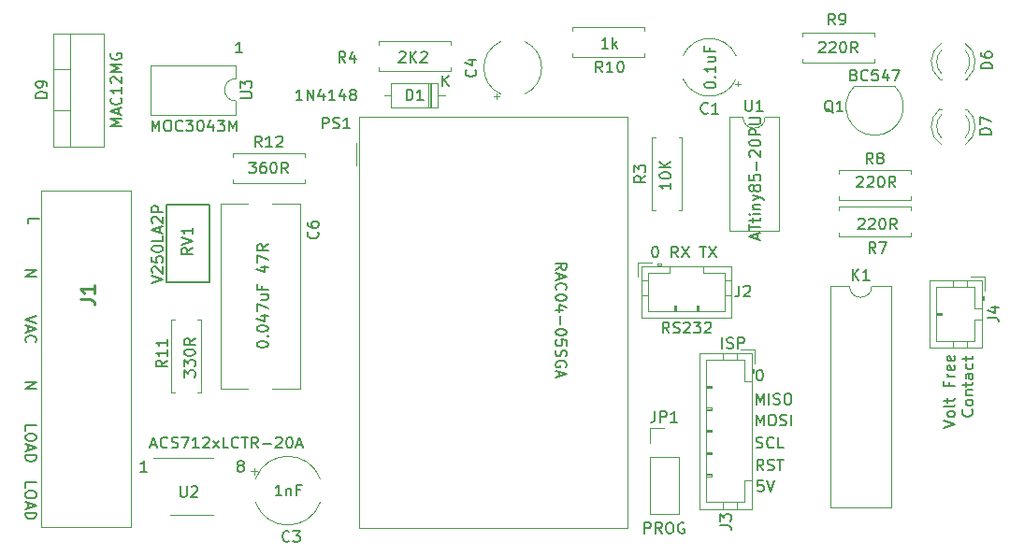
<source format=gbr>
%TF.GenerationSoftware,KiCad,Pcbnew,(5.1.10)-1*%
%TF.CreationDate,2021-12-14T14:45:45+00:00*%
%TF.ProjectId,vacSwitch,76616353-7769-4746-9368-2e6b69636164,rev?*%
%TF.SameCoordinates,Original*%
%TF.FileFunction,Legend,Top*%
%TF.FilePolarity,Positive*%
%FSLAX46Y46*%
G04 Gerber Fmt 4.6, Leading zero omitted, Abs format (unit mm)*
G04 Created by KiCad (PCBNEW (5.1.10)-1) date 2021-12-14 14:45:45*
%MOMM*%
%LPD*%
G01*
G04 APERTURE LIST*
%ADD10C,0.150000*%
%ADD11C,0.120000*%
%ADD12C,0.100000*%
%ADD13C,0.254000*%
G04 APERTURE END LIST*
D10*
X172529523Y-120356380D02*
X172053333Y-120356380D01*
X172005714Y-120832571D01*
X172053333Y-120784952D01*
X172148571Y-120737333D01*
X172386666Y-120737333D01*
X172481904Y-120784952D01*
X172529523Y-120832571D01*
X172577142Y-120927809D01*
X172577142Y-121165904D01*
X172529523Y-121261142D01*
X172481904Y-121308761D01*
X172386666Y-121356380D01*
X172148571Y-121356380D01*
X172053333Y-121308761D01*
X172005714Y-121261142D01*
X172862857Y-120356380D02*
X173196190Y-121356380D01*
X173529523Y-120356380D01*
X125126761Y-119006952D02*
X125031523Y-118959333D01*
X124983904Y-118911714D01*
X124936285Y-118816476D01*
X124936285Y-118768857D01*
X124983904Y-118673619D01*
X125031523Y-118626000D01*
X125126761Y-118578380D01*
X125317238Y-118578380D01*
X125412476Y-118626000D01*
X125460095Y-118673619D01*
X125507714Y-118768857D01*
X125507714Y-118816476D01*
X125460095Y-118911714D01*
X125412476Y-118959333D01*
X125317238Y-119006952D01*
X125126761Y-119006952D01*
X125031523Y-119054571D01*
X124983904Y-119102190D01*
X124936285Y-119197428D01*
X124936285Y-119387904D01*
X124983904Y-119483142D01*
X125031523Y-119530761D01*
X125126761Y-119578380D01*
X125317238Y-119578380D01*
X125412476Y-119530761D01*
X125460095Y-119483142D01*
X125507714Y-119387904D01*
X125507714Y-119197428D01*
X125460095Y-119102190D01*
X125412476Y-119054571D01*
X125317238Y-119006952D01*
X116744714Y-119578380D02*
X116173285Y-119578380D01*
X116459000Y-119578380D02*
X116459000Y-118578380D01*
X116363761Y-118721238D01*
X116268523Y-118816476D01*
X116173285Y-118864095D01*
X125380714Y-81605380D02*
X124809285Y-81605380D01*
X125095000Y-81605380D02*
X125095000Y-80605380D01*
X124999761Y-80748238D01*
X124904523Y-80843476D01*
X124809285Y-80891095D01*
X161790285Y-125166380D02*
X161790285Y-124166380D01*
X162171238Y-124166380D01*
X162266476Y-124214000D01*
X162314095Y-124261619D01*
X162361714Y-124356857D01*
X162361714Y-124499714D01*
X162314095Y-124594952D01*
X162266476Y-124642571D01*
X162171238Y-124690190D01*
X161790285Y-124690190D01*
X163361714Y-125166380D02*
X163028380Y-124690190D01*
X162790285Y-125166380D02*
X162790285Y-124166380D01*
X163171238Y-124166380D01*
X163266476Y-124214000D01*
X163314095Y-124261619D01*
X163361714Y-124356857D01*
X163361714Y-124499714D01*
X163314095Y-124594952D01*
X163266476Y-124642571D01*
X163171238Y-124690190D01*
X162790285Y-124690190D01*
X163980761Y-124166380D02*
X164171238Y-124166380D01*
X164266476Y-124214000D01*
X164361714Y-124309238D01*
X164409333Y-124499714D01*
X164409333Y-124833047D01*
X164361714Y-125023523D01*
X164266476Y-125118761D01*
X164171238Y-125166380D01*
X163980761Y-125166380D01*
X163885523Y-125118761D01*
X163790285Y-125023523D01*
X163742666Y-124833047D01*
X163742666Y-124499714D01*
X163790285Y-124309238D01*
X163885523Y-124214000D01*
X163980761Y-124166380D01*
X165361714Y-124214000D02*
X165266476Y-124166380D01*
X165123619Y-124166380D01*
X164980761Y-124214000D01*
X164885523Y-124309238D01*
X164837904Y-124404476D01*
X164790285Y-124594952D01*
X164790285Y-124737809D01*
X164837904Y-124928285D01*
X164885523Y-125023523D01*
X164980761Y-125118761D01*
X165123619Y-125166380D01*
X165218857Y-125166380D01*
X165361714Y-125118761D01*
X165409333Y-125071142D01*
X165409333Y-124737809D01*
X165218857Y-124737809D01*
X172553380Y-119451380D02*
X172220047Y-118975190D01*
X171981952Y-119451380D02*
X171981952Y-118451380D01*
X172362904Y-118451380D01*
X172458142Y-118499000D01*
X172505761Y-118546619D01*
X172553380Y-118641857D01*
X172553380Y-118784714D01*
X172505761Y-118879952D01*
X172458142Y-118927571D01*
X172362904Y-118975190D01*
X171981952Y-118975190D01*
X172934333Y-119403761D02*
X173077190Y-119451380D01*
X173315285Y-119451380D01*
X173410523Y-119403761D01*
X173458142Y-119356142D01*
X173505761Y-119260904D01*
X173505761Y-119165666D01*
X173458142Y-119070428D01*
X173410523Y-119022809D01*
X173315285Y-118975190D01*
X173124809Y-118927571D01*
X173029571Y-118879952D01*
X172981952Y-118832333D01*
X172934333Y-118737095D01*
X172934333Y-118641857D01*
X172981952Y-118546619D01*
X173029571Y-118499000D01*
X173124809Y-118451380D01*
X173362904Y-118451380D01*
X173505761Y-118499000D01*
X173791476Y-118451380D02*
X174362904Y-118451380D01*
X174077190Y-119451380D02*
X174077190Y-118451380D01*
X171910523Y-117371761D02*
X172053380Y-117419380D01*
X172291476Y-117419380D01*
X172386714Y-117371761D01*
X172434333Y-117324142D01*
X172481952Y-117228904D01*
X172481952Y-117133666D01*
X172434333Y-117038428D01*
X172386714Y-116990809D01*
X172291476Y-116943190D01*
X172101000Y-116895571D01*
X172005761Y-116847952D01*
X171958142Y-116800333D01*
X171910523Y-116705095D01*
X171910523Y-116609857D01*
X171958142Y-116514619D01*
X172005761Y-116467000D01*
X172101000Y-116419380D01*
X172339095Y-116419380D01*
X172481952Y-116467000D01*
X173481952Y-117324142D02*
X173434333Y-117371761D01*
X173291476Y-117419380D01*
X173196238Y-117419380D01*
X173053380Y-117371761D01*
X172958142Y-117276523D01*
X172910523Y-117181285D01*
X172862904Y-116990809D01*
X172862904Y-116847952D01*
X172910523Y-116657476D01*
X172958142Y-116562238D01*
X173053380Y-116467000D01*
X173196238Y-116419380D01*
X173291476Y-116419380D01*
X173434333Y-116467000D01*
X173481952Y-116514619D01*
X174386714Y-117419380D02*
X173910523Y-117419380D01*
X173910523Y-116419380D01*
X171910571Y-115387380D02*
X171910571Y-114387380D01*
X172243904Y-115101666D01*
X172577238Y-114387380D01*
X172577238Y-115387380D01*
X173243904Y-114387380D02*
X173434380Y-114387380D01*
X173529619Y-114435000D01*
X173624857Y-114530238D01*
X173672476Y-114720714D01*
X173672476Y-115054047D01*
X173624857Y-115244523D01*
X173529619Y-115339761D01*
X173434380Y-115387380D01*
X173243904Y-115387380D01*
X173148666Y-115339761D01*
X173053428Y-115244523D01*
X173005809Y-115054047D01*
X173005809Y-114720714D01*
X173053428Y-114530238D01*
X173148666Y-114435000D01*
X173243904Y-114387380D01*
X174053428Y-115339761D02*
X174196285Y-115387380D01*
X174434380Y-115387380D01*
X174529619Y-115339761D01*
X174577238Y-115292142D01*
X174624857Y-115196904D01*
X174624857Y-115101666D01*
X174577238Y-115006428D01*
X174529619Y-114958809D01*
X174434380Y-114911190D01*
X174243904Y-114863571D01*
X174148666Y-114815952D01*
X174101047Y-114768333D01*
X174053428Y-114673095D01*
X174053428Y-114577857D01*
X174101047Y-114482619D01*
X174148666Y-114435000D01*
X174243904Y-114387380D01*
X174482000Y-114387380D01*
X174624857Y-114435000D01*
X175053428Y-115387380D02*
X175053428Y-114387380D01*
X171910571Y-113482380D02*
X171910571Y-112482380D01*
X172243904Y-113196666D01*
X172577238Y-112482380D01*
X172577238Y-113482380D01*
X173053428Y-113482380D02*
X173053428Y-112482380D01*
X173482000Y-113434761D02*
X173624857Y-113482380D01*
X173862952Y-113482380D01*
X173958190Y-113434761D01*
X174005809Y-113387142D01*
X174053428Y-113291904D01*
X174053428Y-113196666D01*
X174005809Y-113101428D01*
X173958190Y-113053809D01*
X173862952Y-113006190D01*
X173672476Y-112958571D01*
X173577238Y-112910952D01*
X173529619Y-112863333D01*
X173482000Y-112768095D01*
X173482000Y-112672857D01*
X173529619Y-112577619D01*
X173577238Y-112530000D01*
X173672476Y-112482380D01*
X173910571Y-112482380D01*
X174053428Y-112530000D01*
X174672476Y-112482380D02*
X174862952Y-112482380D01*
X174958190Y-112530000D01*
X175053428Y-112625238D01*
X175101047Y-112815714D01*
X175101047Y-113149047D01*
X175053428Y-113339523D01*
X174958190Y-113434761D01*
X174862952Y-113482380D01*
X174672476Y-113482380D01*
X174577238Y-113434761D01*
X174482000Y-113339523D01*
X174434380Y-113149047D01*
X174434380Y-112815714D01*
X174482000Y-112625238D01*
X174577238Y-112530000D01*
X174672476Y-112482380D01*
X172164380Y-110323380D02*
X172259619Y-110323380D01*
X172354857Y-110371000D01*
X172402476Y-110418619D01*
X172450095Y-110513857D01*
X172497714Y-110704333D01*
X172497714Y-110942428D01*
X172450095Y-111132904D01*
X172402476Y-111228142D01*
X172354857Y-111275761D01*
X172259619Y-111323380D01*
X172164380Y-111323380D01*
X172069142Y-111275761D01*
X172021523Y-111228142D01*
X171973904Y-111132904D01*
X171926285Y-110942428D01*
X171926285Y-110704333D01*
X171973904Y-110513857D01*
X172021523Y-110418619D01*
X172069142Y-110371000D01*
X172164380Y-110323380D01*
X105719619Y-121031142D02*
X105719619Y-120554952D01*
X106719619Y-120554952D01*
X106719619Y-121554952D02*
X106719619Y-121745428D01*
X106672000Y-121840666D01*
X106576761Y-121935904D01*
X106386285Y-121983523D01*
X106052952Y-121983523D01*
X105862476Y-121935904D01*
X105767238Y-121840666D01*
X105719619Y-121745428D01*
X105719619Y-121554952D01*
X105767238Y-121459714D01*
X105862476Y-121364476D01*
X106052952Y-121316857D01*
X106386285Y-121316857D01*
X106576761Y-121364476D01*
X106672000Y-121459714D01*
X106719619Y-121554952D01*
X106005333Y-122364476D02*
X106005333Y-122840666D01*
X105719619Y-122269238D02*
X106719619Y-122602571D01*
X105719619Y-122935904D01*
X105719619Y-123269238D02*
X106719619Y-123269238D01*
X106719619Y-123507333D01*
X106672000Y-123650190D01*
X106576761Y-123745428D01*
X106481523Y-123793047D01*
X106291047Y-123840666D01*
X106148190Y-123840666D01*
X105957714Y-123793047D01*
X105862476Y-123745428D01*
X105767238Y-123650190D01*
X105719619Y-123507333D01*
X105719619Y-123269238D01*
X106751380Y-112045714D02*
X105751380Y-112045714D01*
X106751380Y-111474285D01*
X105751380Y-111474285D01*
X106751380Y-101885714D02*
X105751380Y-101885714D01*
X106751380Y-101314285D01*
X105751380Y-101314285D01*
X105973619Y-97083523D02*
X105973619Y-96607333D01*
X106973619Y-96607333D01*
X106719619Y-105418095D02*
X105719619Y-105751428D01*
X106719619Y-106084761D01*
X106005333Y-106370476D02*
X106005333Y-106846666D01*
X105719619Y-106275238D02*
X106719619Y-106608571D01*
X105719619Y-106941904D01*
X105814857Y-107846666D02*
X105767238Y-107799047D01*
X105719619Y-107656190D01*
X105719619Y-107560952D01*
X105767238Y-107418095D01*
X105862476Y-107322857D01*
X105957714Y-107275238D01*
X106148190Y-107227619D01*
X106291047Y-107227619D01*
X106481523Y-107275238D01*
X106576761Y-107322857D01*
X106672000Y-107418095D01*
X106719619Y-107560952D01*
X106719619Y-107656190D01*
X106672000Y-107799047D01*
X106624380Y-107846666D01*
X105719619Y-115824142D02*
X105719619Y-115347952D01*
X106719619Y-115347952D01*
X106719619Y-116347952D02*
X106719619Y-116538428D01*
X106672000Y-116633666D01*
X106576761Y-116728904D01*
X106386285Y-116776523D01*
X106052952Y-116776523D01*
X105862476Y-116728904D01*
X105767238Y-116633666D01*
X105719619Y-116538428D01*
X105719619Y-116347952D01*
X105767238Y-116252714D01*
X105862476Y-116157476D01*
X106052952Y-116109857D01*
X106386285Y-116109857D01*
X106576761Y-116157476D01*
X106672000Y-116252714D01*
X106719619Y-116347952D01*
X106005333Y-117157476D02*
X106005333Y-117633666D01*
X105719619Y-117062238D02*
X106719619Y-117395571D01*
X105719619Y-117728904D01*
X105719619Y-118062238D02*
X106719619Y-118062238D01*
X106719619Y-118300333D01*
X106672000Y-118443190D01*
X106576761Y-118538428D01*
X106481523Y-118586047D01*
X106291047Y-118633666D01*
X106148190Y-118633666D01*
X105957714Y-118586047D01*
X105862476Y-118538428D01*
X105767238Y-118443190D01*
X105719619Y-118300333D01*
X105719619Y-118062238D01*
X168822809Y-108402380D02*
X168822809Y-107402380D01*
X169251380Y-108354761D02*
X169394238Y-108402380D01*
X169632333Y-108402380D01*
X169727571Y-108354761D01*
X169775190Y-108307142D01*
X169822809Y-108211904D01*
X169822809Y-108116666D01*
X169775190Y-108021428D01*
X169727571Y-107973809D01*
X169632333Y-107926190D01*
X169441857Y-107878571D01*
X169346619Y-107830952D01*
X169299000Y-107783333D01*
X169251380Y-107688095D01*
X169251380Y-107592857D01*
X169299000Y-107497619D01*
X169346619Y-107450000D01*
X169441857Y-107402380D01*
X169679952Y-107402380D01*
X169822809Y-107450000D01*
X170251380Y-108402380D02*
X170251380Y-107402380D01*
X170632333Y-107402380D01*
X170727571Y-107450000D01*
X170775190Y-107497619D01*
X170822809Y-107592857D01*
X170822809Y-107735714D01*
X170775190Y-107830952D01*
X170727571Y-107878571D01*
X170632333Y-107926190D01*
X170251380Y-107926190D01*
X188873380Y-115577476D02*
X189873380Y-115244142D01*
X188873380Y-114910809D01*
X189873380Y-114434619D02*
X189825761Y-114529857D01*
X189778142Y-114577476D01*
X189682904Y-114625095D01*
X189397190Y-114625095D01*
X189301952Y-114577476D01*
X189254333Y-114529857D01*
X189206714Y-114434619D01*
X189206714Y-114291761D01*
X189254333Y-114196523D01*
X189301952Y-114148904D01*
X189397190Y-114101285D01*
X189682904Y-114101285D01*
X189778142Y-114148904D01*
X189825761Y-114196523D01*
X189873380Y-114291761D01*
X189873380Y-114434619D01*
X189873380Y-113529857D02*
X189825761Y-113625095D01*
X189730523Y-113672714D01*
X188873380Y-113672714D01*
X189206714Y-113291761D02*
X189206714Y-112910809D01*
X188873380Y-113148904D02*
X189730523Y-113148904D01*
X189825761Y-113101285D01*
X189873380Y-113006047D01*
X189873380Y-112910809D01*
X189349571Y-111482238D02*
X189349571Y-111815571D01*
X189873380Y-111815571D02*
X188873380Y-111815571D01*
X188873380Y-111339380D01*
X189873380Y-110958428D02*
X189206714Y-110958428D01*
X189397190Y-110958428D02*
X189301952Y-110910809D01*
X189254333Y-110863190D01*
X189206714Y-110767952D01*
X189206714Y-110672714D01*
X189825761Y-109958428D02*
X189873380Y-110053666D01*
X189873380Y-110244142D01*
X189825761Y-110339380D01*
X189730523Y-110387000D01*
X189349571Y-110387000D01*
X189254333Y-110339380D01*
X189206714Y-110244142D01*
X189206714Y-110053666D01*
X189254333Y-109958428D01*
X189349571Y-109910809D01*
X189444809Y-109910809D01*
X189540047Y-110387000D01*
X189825761Y-109101285D02*
X189873380Y-109196523D01*
X189873380Y-109387000D01*
X189825761Y-109482238D01*
X189730523Y-109529857D01*
X189349571Y-109529857D01*
X189254333Y-109482238D01*
X189206714Y-109387000D01*
X189206714Y-109196523D01*
X189254333Y-109101285D01*
X189349571Y-109053666D01*
X189444809Y-109053666D01*
X189540047Y-109529857D01*
X191428142Y-113934619D02*
X191475761Y-113982238D01*
X191523380Y-114125095D01*
X191523380Y-114220333D01*
X191475761Y-114363190D01*
X191380523Y-114458428D01*
X191285285Y-114506047D01*
X191094809Y-114553666D01*
X190951952Y-114553666D01*
X190761476Y-114506047D01*
X190666238Y-114458428D01*
X190571000Y-114363190D01*
X190523380Y-114220333D01*
X190523380Y-114125095D01*
X190571000Y-113982238D01*
X190618619Y-113934619D01*
X191523380Y-113363190D02*
X191475761Y-113458428D01*
X191428142Y-113506047D01*
X191332904Y-113553666D01*
X191047190Y-113553666D01*
X190951952Y-113506047D01*
X190904333Y-113458428D01*
X190856714Y-113363190D01*
X190856714Y-113220333D01*
X190904333Y-113125095D01*
X190951952Y-113077476D01*
X191047190Y-113029857D01*
X191332904Y-113029857D01*
X191428142Y-113077476D01*
X191475761Y-113125095D01*
X191523380Y-113220333D01*
X191523380Y-113363190D01*
X190856714Y-112601285D02*
X191523380Y-112601285D01*
X190951952Y-112601285D02*
X190904333Y-112553666D01*
X190856714Y-112458428D01*
X190856714Y-112315571D01*
X190904333Y-112220333D01*
X190999571Y-112172714D01*
X191523380Y-112172714D01*
X190856714Y-111839380D02*
X190856714Y-111458428D01*
X190523380Y-111696523D02*
X191380523Y-111696523D01*
X191475761Y-111648904D01*
X191523380Y-111553666D01*
X191523380Y-111458428D01*
X191523380Y-110696523D02*
X190999571Y-110696523D01*
X190904333Y-110744142D01*
X190856714Y-110839380D01*
X190856714Y-111029857D01*
X190904333Y-111125095D01*
X191475761Y-110696523D02*
X191523380Y-110791761D01*
X191523380Y-111029857D01*
X191475761Y-111125095D01*
X191380523Y-111172714D01*
X191285285Y-111172714D01*
X191190047Y-111125095D01*
X191142428Y-111029857D01*
X191142428Y-110791761D01*
X191094809Y-110696523D01*
X191475761Y-109791761D02*
X191523380Y-109887000D01*
X191523380Y-110077476D01*
X191475761Y-110172714D01*
X191428142Y-110220333D01*
X191332904Y-110267952D01*
X191047190Y-110267952D01*
X190951952Y-110220333D01*
X190904333Y-110172714D01*
X190856714Y-110077476D01*
X190856714Y-109887000D01*
X190904333Y-109791761D01*
X190856714Y-109506047D02*
X190856714Y-109125095D01*
X190523380Y-109363190D02*
X191380523Y-109363190D01*
X191475761Y-109315571D01*
X191523380Y-109220333D01*
X191523380Y-109125095D01*
X162711142Y-99147380D02*
X162806380Y-99147380D01*
X162901619Y-99195000D01*
X162949238Y-99242619D01*
X162996857Y-99337857D01*
X163044476Y-99528333D01*
X163044476Y-99766428D01*
X162996857Y-99956904D01*
X162949238Y-100052142D01*
X162901619Y-100099761D01*
X162806380Y-100147380D01*
X162711142Y-100147380D01*
X162615904Y-100099761D01*
X162568285Y-100052142D01*
X162520666Y-99956904D01*
X162473047Y-99766428D01*
X162473047Y-99528333D01*
X162520666Y-99337857D01*
X162568285Y-99242619D01*
X162615904Y-99195000D01*
X162711142Y-99147380D01*
X164806380Y-100147380D02*
X164473047Y-99671190D01*
X164234952Y-100147380D02*
X164234952Y-99147380D01*
X164615904Y-99147380D01*
X164711142Y-99195000D01*
X164758761Y-99242619D01*
X164806380Y-99337857D01*
X164806380Y-99480714D01*
X164758761Y-99575952D01*
X164711142Y-99623571D01*
X164615904Y-99671190D01*
X164234952Y-99671190D01*
X165139714Y-99147380D02*
X165806380Y-100147380D01*
X165806380Y-99147380D02*
X165139714Y-100147380D01*
X166806380Y-99147380D02*
X167377809Y-99147380D01*
X167092095Y-100147380D02*
X167092095Y-99147380D01*
X167615904Y-99147380D02*
X168282571Y-100147380D01*
X168282571Y-99147380D02*
X167615904Y-100147380D01*
X164012761Y-107005380D02*
X163679428Y-106529190D01*
X163441333Y-107005380D02*
X163441333Y-106005380D01*
X163822285Y-106005380D01*
X163917523Y-106053000D01*
X163965142Y-106100619D01*
X164012761Y-106195857D01*
X164012761Y-106338714D01*
X163965142Y-106433952D01*
X163917523Y-106481571D01*
X163822285Y-106529190D01*
X163441333Y-106529190D01*
X164393714Y-106957761D02*
X164536571Y-107005380D01*
X164774666Y-107005380D01*
X164869904Y-106957761D01*
X164917523Y-106910142D01*
X164965142Y-106814904D01*
X164965142Y-106719666D01*
X164917523Y-106624428D01*
X164869904Y-106576809D01*
X164774666Y-106529190D01*
X164584190Y-106481571D01*
X164488952Y-106433952D01*
X164441333Y-106386333D01*
X164393714Y-106291095D01*
X164393714Y-106195857D01*
X164441333Y-106100619D01*
X164488952Y-106053000D01*
X164584190Y-106005380D01*
X164822285Y-106005380D01*
X164965142Y-106053000D01*
X165346095Y-106100619D02*
X165393714Y-106053000D01*
X165488952Y-106005380D01*
X165727047Y-106005380D01*
X165822285Y-106053000D01*
X165869904Y-106100619D01*
X165917523Y-106195857D01*
X165917523Y-106291095D01*
X165869904Y-106433952D01*
X165298476Y-107005380D01*
X165917523Y-107005380D01*
X166250857Y-106005380D02*
X166869904Y-106005380D01*
X166536571Y-106386333D01*
X166679428Y-106386333D01*
X166774666Y-106433952D01*
X166822285Y-106481571D01*
X166869904Y-106576809D01*
X166869904Y-106814904D01*
X166822285Y-106910142D01*
X166774666Y-106957761D01*
X166679428Y-107005380D01*
X166393714Y-107005380D01*
X166298476Y-106957761D01*
X166250857Y-106910142D01*
X167250857Y-106100619D02*
X167298476Y-106053000D01*
X167393714Y-106005380D01*
X167631809Y-106005380D01*
X167727047Y-106053000D01*
X167774666Y-106100619D01*
X167822285Y-106195857D01*
X167822285Y-106291095D01*
X167774666Y-106433952D01*
X167203238Y-107005380D01*
X167822285Y-107005380D01*
D11*
%TO.C,C4*%
X150920000Y-80575003D02*
G75*
G02*
X150920000Y-85366997I-1060000J-2395997D01*
G01*
X148800000Y-80575003D02*
G75*
G03*
X148800000Y-85366997I1060000J-2395997D01*
G01*
X148385000Y-85775775D02*
X148385000Y-85275775D01*
X148135000Y-85525775D02*
X148635000Y-85525775D01*
%TO.C,C3*%
X126460251Y-119230000D02*
X126460251Y-119830000D01*
X126160251Y-119530000D02*
X126760251Y-119530000D01*
X132434417Y-120225000D02*
G75*
G03*
X126565584Y-120225000I-2934417J-1060000D01*
G01*
X132434417Y-122345000D02*
G75*
G02*
X126565584Y-122345000I-2934417J1060000D01*
G01*
D12*
%TO.C,J1*%
X107202000Y-94107000D02*
X115302000Y-94107000D01*
X107202000Y-124587000D02*
X107202000Y-94107000D01*
X115302000Y-124587000D02*
X107202000Y-124587000D01*
X115302000Y-94107000D02*
X115302000Y-124587000D01*
D11*
%TO.C,J3*%
X171482000Y-108811000D02*
X166762000Y-108811000D01*
X166762000Y-108811000D02*
X166762000Y-122931000D01*
X166762000Y-122931000D02*
X171482000Y-122931000D01*
X171482000Y-122931000D02*
X171482000Y-108811000D01*
X171482000Y-110571000D02*
X171682000Y-110571000D01*
X171682000Y-110571000D02*
X171682000Y-110271000D01*
X171682000Y-110271000D02*
X171482000Y-110271000D01*
X171582000Y-110571000D02*
X171582000Y-110271000D01*
X171482000Y-111371000D02*
X170872000Y-111371000D01*
X170872000Y-111371000D02*
X170872000Y-109421000D01*
X170872000Y-109421000D02*
X167372000Y-109421000D01*
X167372000Y-109421000D02*
X167372000Y-122321000D01*
X167372000Y-122321000D02*
X170872000Y-122321000D01*
X170872000Y-122321000D02*
X170872000Y-120371000D01*
X170872000Y-120371000D02*
X171482000Y-120371000D01*
X170172000Y-108811000D02*
X170172000Y-109421000D01*
X168872000Y-108811000D02*
X168872000Y-109421000D01*
X170172000Y-122931000D02*
X170172000Y-122321000D01*
X168872000Y-122931000D02*
X168872000Y-122321000D01*
X167372000Y-111771000D02*
X167872000Y-111771000D01*
X167872000Y-111771000D02*
X167872000Y-111971000D01*
X167872000Y-111971000D02*
X167372000Y-111971000D01*
X167372000Y-111871000D02*
X167872000Y-111871000D01*
X167372000Y-113771000D02*
X167872000Y-113771000D01*
X167872000Y-113771000D02*
X167872000Y-113971000D01*
X167872000Y-113971000D02*
X167372000Y-113971000D01*
X167372000Y-113871000D02*
X167872000Y-113871000D01*
X167372000Y-115771000D02*
X167872000Y-115771000D01*
X167872000Y-115771000D02*
X167872000Y-115971000D01*
X167872000Y-115971000D02*
X167372000Y-115971000D01*
X167372000Y-115871000D02*
X167872000Y-115871000D01*
X167372000Y-117771000D02*
X167872000Y-117771000D01*
X167872000Y-117771000D02*
X167872000Y-117971000D01*
X167872000Y-117971000D02*
X167372000Y-117971000D01*
X167372000Y-117871000D02*
X167872000Y-117871000D01*
X167372000Y-119771000D02*
X167872000Y-119771000D01*
X167872000Y-119771000D02*
X167872000Y-119971000D01*
X167872000Y-119971000D02*
X167372000Y-119971000D01*
X167372000Y-119871000D02*
X167872000Y-119871000D01*
X171782000Y-109761000D02*
X171782000Y-108511000D01*
X171782000Y-108511000D02*
X170532000Y-108511000D01*
%TO.C,C1*%
X170234775Y-84656000D02*
X170234775Y-84156000D01*
X170484775Y-84406000D02*
X169984775Y-84406000D01*
X165284003Y-83991000D02*
G75*
G03*
X170075997Y-83991000I2395997J1060000D01*
G01*
X165284003Y-81871000D02*
G75*
G02*
X170075997Y-81871000I2395997J-1060000D01*
G01*
%TO.C,C6*%
X125896000Y-112009000D02*
X123380000Y-112009000D01*
X130620000Y-112009000D02*
X128104000Y-112009000D01*
X125896000Y-95269000D02*
X123380000Y-95269000D01*
X130620000Y-95269000D02*
X128104000Y-95269000D01*
X123380000Y-95269000D02*
X123380000Y-112009000D01*
X130620000Y-95269000D02*
X130620000Y-112009000D01*
%TO.C,D1*%
X142490000Y-86591000D02*
X142490000Y-84351000D01*
X142250000Y-86591000D02*
X142250000Y-84351000D01*
X142370000Y-86591000D02*
X142370000Y-84351000D01*
X138200000Y-85471000D02*
X138850000Y-85471000D01*
X143740000Y-85471000D02*
X143090000Y-85471000D01*
X138850000Y-86591000D02*
X143090000Y-86591000D01*
X138850000Y-84351000D02*
X138850000Y-86591000D01*
X143090000Y-84351000D02*
X138850000Y-84351000D01*
X143090000Y-86591000D02*
X143090000Y-84351000D01*
%TO.C,D6*%
X188502000Y-83983000D02*
X188658000Y-83983000D01*
X190818000Y-83983000D02*
X190974000Y-83983000D01*
X190817837Y-81381870D02*
G75*
G02*
X190818000Y-83463961I-1079837J-1041130D01*
G01*
X188658163Y-81381870D02*
G75*
G03*
X188658000Y-83463961I1079837J-1041130D01*
G01*
X190816608Y-80750665D02*
G75*
G02*
X190973516Y-83983000I-1078608J-1672335D01*
G01*
X188659392Y-80750665D02*
G75*
G03*
X188502484Y-83983000I1078608J-1672335D01*
G01*
%TO.C,D7*%
X188658000Y-86705000D02*
X188502000Y-86705000D01*
X190974000Y-86705000D02*
X190818000Y-86705000D01*
X190816608Y-89937335D02*
G75*
G03*
X190973516Y-86705000I-1078608J1672335D01*
G01*
X188659392Y-89937335D02*
G75*
G02*
X188502484Y-86705000I1078608J1672335D01*
G01*
X190817837Y-89306130D02*
G75*
G03*
X190818000Y-87224039I-1079837J1041130D01*
G01*
X188658163Y-89306130D02*
G75*
G02*
X188658000Y-87224039I1079837J1041130D01*
G01*
%TO.C,D9*%
X108236000Y-83112000D02*
X109746000Y-83112000D01*
X108236000Y-86813000D02*
X109746000Y-86813000D01*
X109746000Y-90083000D02*
X109746000Y-79843000D01*
X108236000Y-79843000D02*
X112877000Y-79843000D01*
X108236000Y-90083000D02*
X112877000Y-90083000D01*
X112877000Y-90083000D02*
X112877000Y-79843000D01*
X108236000Y-90083000D02*
X108236000Y-79843000D01*
%TO.C,J2*%
X161216000Y-100633000D02*
X161216000Y-101883000D01*
X162466000Y-100633000D02*
X161216000Y-100633000D01*
X166576000Y-105043000D02*
X166576000Y-104543000D01*
X166676000Y-104543000D02*
X166676000Y-105043000D01*
X166476000Y-104543000D02*
X166676000Y-104543000D01*
X166476000Y-105043000D02*
X166476000Y-104543000D01*
X164576000Y-105043000D02*
X164576000Y-104543000D01*
X164676000Y-104543000D02*
X164676000Y-105043000D01*
X164476000Y-104543000D02*
X164676000Y-104543000D01*
X164476000Y-105043000D02*
X164476000Y-104543000D01*
X169636000Y-103543000D02*
X169026000Y-103543000D01*
X169636000Y-102243000D02*
X169026000Y-102243000D01*
X161516000Y-103543000D02*
X162126000Y-103543000D01*
X161516000Y-102243000D02*
X162126000Y-102243000D01*
X167076000Y-101543000D02*
X167076000Y-100933000D01*
X169026000Y-101543000D02*
X167076000Y-101543000D01*
X169026000Y-105043000D02*
X169026000Y-101543000D01*
X162126000Y-105043000D02*
X169026000Y-105043000D01*
X162126000Y-101543000D02*
X162126000Y-105043000D01*
X164076000Y-101543000D02*
X162126000Y-101543000D01*
X164076000Y-100933000D02*
X164076000Y-101543000D01*
X163276000Y-100833000D02*
X162976000Y-100833000D01*
X162976000Y-100733000D02*
X162976000Y-100933000D01*
X163276000Y-100733000D02*
X162976000Y-100733000D01*
X163276000Y-100933000D02*
X163276000Y-100733000D01*
X169636000Y-100933000D02*
X161516000Y-100933000D01*
X169636000Y-105653000D02*
X169636000Y-100933000D01*
X161516000Y-105653000D02*
X169636000Y-105653000D01*
X161516000Y-100933000D02*
X161516000Y-105653000D01*
%TO.C,J4*%
X192610000Y-101907000D02*
X191360000Y-101907000D01*
X192610000Y-103157000D02*
X192610000Y-101907000D01*
X188200000Y-105267000D02*
X188700000Y-105267000D01*
X188700000Y-105367000D02*
X188200000Y-105367000D01*
X188700000Y-105167000D02*
X188700000Y-105367000D01*
X188200000Y-105167000D02*
X188700000Y-105167000D01*
X189700000Y-108327000D02*
X189700000Y-107717000D01*
X191000000Y-108327000D02*
X191000000Y-107717000D01*
X189700000Y-102207000D02*
X189700000Y-102817000D01*
X191000000Y-102207000D02*
X191000000Y-102817000D01*
X191700000Y-105767000D02*
X192310000Y-105767000D01*
X191700000Y-107717000D02*
X191700000Y-105767000D01*
X188200000Y-107717000D02*
X191700000Y-107717000D01*
X188200000Y-102817000D02*
X188200000Y-107717000D01*
X191700000Y-102817000D02*
X188200000Y-102817000D01*
X191700000Y-104767000D02*
X191700000Y-102817000D01*
X192310000Y-104767000D02*
X191700000Y-104767000D01*
X192410000Y-103967000D02*
X192410000Y-103667000D01*
X192510000Y-103667000D02*
X192310000Y-103667000D01*
X192510000Y-103967000D02*
X192510000Y-103667000D01*
X192310000Y-103967000D02*
X192510000Y-103967000D01*
X192310000Y-108327000D02*
X192310000Y-102207000D01*
X187590000Y-108327000D02*
X192310000Y-108327000D01*
X187590000Y-102207000D02*
X187590000Y-108327000D01*
X192310000Y-102207000D02*
X187590000Y-102207000D01*
%TO.C,JP1*%
X162246000Y-115637000D02*
X163576000Y-115637000D01*
X162246000Y-116967000D02*
X162246000Y-115637000D01*
X162246000Y-118237000D02*
X164906000Y-118237000D01*
X164906000Y-118237000D02*
X164906000Y-123377000D01*
X162246000Y-118237000D02*
X162246000Y-123377000D01*
X162246000Y-123377000D02*
X164906000Y-123377000D01*
%TO.C,K1*%
X184126000Y-102766000D02*
X182356000Y-102766000D01*
X184126000Y-122786000D02*
X184126000Y-102766000D01*
X178586000Y-122786000D02*
X184126000Y-122786000D01*
X178586000Y-102766000D02*
X178586000Y-122786000D01*
X180356000Y-102766000D02*
X178586000Y-102766000D01*
X182356000Y-102766000D02*
G75*
G02*
X180356000Y-102766000I-1000000J0D01*
G01*
%TO.C,PS1*%
X135692000Y-91805000D02*
X135692000Y-89805000D01*
X135952000Y-124675000D02*
X160212000Y-124675000D01*
X160212000Y-87415000D02*
X160212000Y-124675000D01*
X135952000Y-87415000D02*
X160212000Y-87415000D01*
X135952000Y-124675000D02*
X135942000Y-87415000D01*
%TO.C,Q1*%
X184426000Y-84637000D02*
X180826000Y-84637000D01*
X184464478Y-84648522D02*
G75*
G02*
X182626000Y-89087000I-1838478J-1838478D01*
G01*
X180787522Y-84648522D02*
G75*
G03*
X182626000Y-89087000I1838478J-1838478D01*
G01*
%TO.C,R3*%
X164870000Y-89313000D02*
X165200000Y-89313000D01*
X165200000Y-89313000D02*
X165200000Y-95853000D01*
X165200000Y-95853000D02*
X164870000Y-95853000D01*
X162790000Y-89313000D02*
X162460000Y-89313000D01*
X162460000Y-89313000D02*
X162460000Y-95853000D01*
X162460000Y-95853000D02*
X162790000Y-95853000D01*
%TO.C,R4*%
X137700000Y-80545000D02*
X137700000Y-80875000D01*
X144240000Y-80545000D02*
X137700000Y-80545000D01*
X144240000Y-80875000D02*
X144240000Y-80545000D01*
X137700000Y-83285000D02*
X137700000Y-82955000D01*
X144240000Y-83285000D02*
X137700000Y-83285000D01*
X144240000Y-82955000D02*
X144240000Y-83285000D01*
%TO.C,R7*%
X185896000Y-98271000D02*
X185896000Y-97941000D01*
X179356000Y-98271000D02*
X185896000Y-98271000D01*
X179356000Y-97941000D02*
X179356000Y-98271000D01*
X185896000Y-95531000D02*
X185896000Y-95861000D01*
X179356000Y-95531000D02*
X185896000Y-95531000D01*
X179356000Y-95861000D02*
X179356000Y-95531000D01*
%TO.C,R8*%
X179356000Y-92559000D02*
X179356000Y-92229000D01*
X179356000Y-92229000D02*
X185896000Y-92229000D01*
X185896000Y-92229000D02*
X185896000Y-92559000D01*
X179356000Y-94639000D02*
X179356000Y-94969000D01*
X179356000Y-94969000D02*
X185896000Y-94969000D01*
X185896000Y-94969000D02*
X185896000Y-94639000D01*
%TO.C,R9*%
X176054000Y-80113000D02*
X176054000Y-79783000D01*
X176054000Y-79783000D02*
X182594000Y-79783000D01*
X182594000Y-79783000D02*
X182594000Y-80113000D01*
X176054000Y-82193000D02*
X176054000Y-82523000D01*
X176054000Y-82523000D02*
X182594000Y-82523000D01*
X182594000Y-82523000D02*
X182594000Y-82193000D01*
%TO.C,R10*%
X155226000Y-79275000D02*
X155226000Y-79605000D01*
X161766000Y-79275000D02*
X155226000Y-79275000D01*
X161766000Y-79605000D02*
X161766000Y-79275000D01*
X155226000Y-82015000D02*
X155226000Y-81685000D01*
X161766000Y-82015000D02*
X155226000Y-82015000D01*
X161766000Y-81685000D02*
X161766000Y-82015000D01*
%TO.C,R11*%
X118899000Y-112363000D02*
X119229000Y-112363000D01*
X118899000Y-105823000D02*
X118899000Y-112363000D01*
X119229000Y-105823000D02*
X118899000Y-105823000D01*
X121639000Y-112363000D02*
X121309000Y-112363000D01*
X121639000Y-105823000D02*
X121639000Y-112363000D01*
X121309000Y-105823000D02*
X121639000Y-105823000D01*
%TO.C,R12*%
X124492000Y-91035000D02*
X124492000Y-90705000D01*
X124492000Y-90705000D02*
X131032000Y-90705000D01*
X131032000Y-90705000D02*
X131032000Y-91035000D01*
X124492000Y-93115000D02*
X124492000Y-93445000D01*
X124492000Y-93445000D02*
X131032000Y-93445000D01*
X131032000Y-93445000D02*
X131032000Y-93115000D01*
D10*
%TO.C,RV1*%
X122412000Y-95393000D02*
X118512000Y-95393000D01*
X122412000Y-102393000D02*
X118512000Y-102393000D01*
X122412000Y-95393000D02*
X122412000Y-102393000D01*
X118512000Y-95393000D02*
X118512000Y-102393000D01*
D11*
%TO.C,U1*%
X173954000Y-87443000D02*
X172704000Y-87443000D01*
X173954000Y-97723000D02*
X173954000Y-87443000D01*
X169454000Y-97723000D02*
X173954000Y-97723000D01*
X169454000Y-87443000D02*
X169454000Y-97723000D01*
X170704000Y-87443000D02*
X169454000Y-87443000D01*
X172704000Y-87443000D02*
G75*
G02*
X170704000Y-87443000I-1000000J0D01*
G01*
%TO.C,U2*%
X120777000Y-118344000D02*
X117327000Y-118344000D01*
X120777000Y-118344000D02*
X122727000Y-118344000D01*
X120777000Y-123464000D02*
X118827000Y-123464000D01*
X120777000Y-123464000D02*
X122727000Y-123464000D01*
%TO.C,U3*%
X124774000Y-87213000D02*
X124774000Y-85963000D01*
X117034000Y-87213000D02*
X124774000Y-87213000D01*
X117034000Y-82713000D02*
X117034000Y-87213000D01*
X124774000Y-82713000D02*
X117034000Y-82713000D01*
X124774000Y-83963000D02*
X124774000Y-82713000D01*
X124774000Y-85963000D02*
G75*
G02*
X124774000Y-83963000I0J1000000D01*
G01*
%TO.C,C4*%
D10*
X146467142Y-83137666D02*
X146514761Y-83185285D01*
X146562380Y-83328142D01*
X146562380Y-83423380D01*
X146514761Y-83566238D01*
X146419523Y-83661476D01*
X146324285Y-83709095D01*
X146133809Y-83756714D01*
X145990952Y-83756714D01*
X145800476Y-83709095D01*
X145705238Y-83661476D01*
X145610000Y-83566238D01*
X145562380Y-83423380D01*
X145562380Y-83328142D01*
X145610000Y-83185285D01*
X145657619Y-83137666D01*
X145895714Y-82280523D02*
X146562380Y-82280523D01*
X145514761Y-82518619D02*
X146229047Y-82756714D01*
X146229047Y-82137666D01*
%TO.C,C3*%
X129627333Y-125833142D02*
X129579714Y-125880761D01*
X129436857Y-125928380D01*
X129341619Y-125928380D01*
X129198761Y-125880761D01*
X129103523Y-125785523D01*
X129055904Y-125690285D01*
X129008285Y-125499809D01*
X129008285Y-125356952D01*
X129055904Y-125166476D01*
X129103523Y-125071238D01*
X129198761Y-124976000D01*
X129341619Y-124928380D01*
X129436857Y-124928380D01*
X129579714Y-124976000D01*
X129627333Y-125023619D01*
X129960666Y-124928380D02*
X130579714Y-124928380D01*
X130246380Y-125309333D01*
X130389238Y-125309333D01*
X130484476Y-125356952D01*
X130532095Y-125404571D01*
X130579714Y-125499809D01*
X130579714Y-125737904D01*
X130532095Y-125833142D01*
X130484476Y-125880761D01*
X130389238Y-125928380D01*
X130103523Y-125928380D01*
X130008285Y-125880761D01*
X129960666Y-125833142D01*
X128944761Y-121737380D02*
X128373333Y-121737380D01*
X128659047Y-121737380D02*
X128659047Y-120737380D01*
X128563809Y-120880238D01*
X128468571Y-120975476D01*
X128373333Y-121023095D01*
X129373333Y-121070714D02*
X129373333Y-121737380D01*
X129373333Y-121165952D02*
X129420952Y-121118333D01*
X129516190Y-121070714D01*
X129659047Y-121070714D01*
X129754285Y-121118333D01*
X129801904Y-121213571D01*
X129801904Y-121737380D01*
X130611428Y-121213571D02*
X130278095Y-121213571D01*
X130278095Y-121737380D02*
X130278095Y-120737380D01*
X130754285Y-120737380D01*
%TO.C,J1*%
D13*
X110683523Y-103928333D02*
X111590666Y-103928333D01*
X111772095Y-103988809D01*
X111893047Y-104109761D01*
X111953523Y-104291190D01*
X111953523Y-104412142D01*
X111953523Y-102658333D02*
X111953523Y-103384047D01*
X111953523Y-103021190D02*
X110683523Y-103021190D01*
X110864952Y-103142142D01*
X110985904Y-103263095D01*
X111046380Y-103384047D01*
%TO.C,J3*%
D10*
X168616380Y-124412333D02*
X169330666Y-124412333D01*
X169473523Y-124459952D01*
X169568761Y-124555190D01*
X169616380Y-124698047D01*
X169616380Y-124793285D01*
X168616380Y-124031380D02*
X168616380Y-123412333D01*
X168997333Y-123745666D01*
X168997333Y-123602809D01*
X169044952Y-123507571D01*
X169092571Y-123459952D01*
X169187809Y-123412333D01*
X169425904Y-123412333D01*
X169521142Y-123459952D01*
X169568761Y-123507571D01*
X169616380Y-123602809D01*
X169616380Y-123888523D01*
X169568761Y-123983761D01*
X169521142Y-124031380D01*
%TO.C,C1*%
X167513333Y-87038142D02*
X167465714Y-87085761D01*
X167322857Y-87133380D01*
X167227619Y-87133380D01*
X167084761Y-87085761D01*
X166989523Y-86990523D01*
X166941904Y-86895285D01*
X166894285Y-86704809D01*
X166894285Y-86561952D01*
X166941904Y-86371476D01*
X166989523Y-86276238D01*
X167084761Y-86181000D01*
X167227619Y-86133380D01*
X167322857Y-86133380D01*
X167465714Y-86181000D01*
X167513333Y-86228619D01*
X168465714Y-87133380D02*
X167894285Y-87133380D01*
X168180000Y-87133380D02*
X168180000Y-86133380D01*
X168084761Y-86276238D01*
X167989523Y-86371476D01*
X167894285Y-86419095D01*
X167219380Y-84573857D02*
X167219380Y-84478619D01*
X167267000Y-84383380D01*
X167314619Y-84335761D01*
X167409857Y-84288142D01*
X167600333Y-84240523D01*
X167838428Y-84240523D01*
X168028904Y-84288142D01*
X168124142Y-84335761D01*
X168171761Y-84383380D01*
X168219380Y-84478619D01*
X168219380Y-84573857D01*
X168171761Y-84669095D01*
X168124142Y-84716714D01*
X168028904Y-84764333D01*
X167838428Y-84811952D01*
X167600333Y-84811952D01*
X167409857Y-84764333D01*
X167314619Y-84716714D01*
X167267000Y-84669095D01*
X167219380Y-84573857D01*
X168124142Y-83811952D02*
X168171761Y-83764333D01*
X168219380Y-83811952D01*
X168171761Y-83859571D01*
X168124142Y-83811952D01*
X168219380Y-83811952D01*
X168219380Y-82811952D02*
X168219380Y-83383380D01*
X168219380Y-83097666D02*
X167219380Y-83097666D01*
X167362238Y-83192904D01*
X167457476Y-83288142D01*
X167505095Y-83383380D01*
X167552714Y-81954809D02*
X168219380Y-81954809D01*
X167552714Y-82383380D02*
X168076523Y-82383380D01*
X168171761Y-82335761D01*
X168219380Y-82240523D01*
X168219380Y-82097666D01*
X168171761Y-82002428D01*
X168124142Y-81954809D01*
X167695571Y-81145285D02*
X167695571Y-81478619D01*
X168219380Y-81478619D02*
X167219380Y-81478619D01*
X167219380Y-81002428D01*
%TO.C,C6*%
X132183142Y-97829666D02*
X132230761Y-97877285D01*
X132278380Y-98020142D01*
X132278380Y-98115380D01*
X132230761Y-98258238D01*
X132135523Y-98353476D01*
X132040285Y-98401095D01*
X131849809Y-98448714D01*
X131706952Y-98448714D01*
X131516476Y-98401095D01*
X131421238Y-98353476D01*
X131326000Y-98258238D01*
X131278380Y-98115380D01*
X131278380Y-98020142D01*
X131326000Y-97877285D01*
X131373619Y-97829666D01*
X131278380Y-96972523D02*
X131278380Y-97163000D01*
X131326000Y-97258238D01*
X131373619Y-97305857D01*
X131516476Y-97401095D01*
X131706952Y-97448714D01*
X132087904Y-97448714D01*
X132183142Y-97401095D01*
X132230761Y-97353476D01*
X132278380Y-97258238D01*
X132278380Y-97067761D01*
X132230761Y-96972523D01*
X132183142Y-96924904D01*
X132087904Y-96877285D01*
X131849809Y-96877285D01*
X131754571Y-96924904D01*
X131706952Y-96972523D01*
X131659333Y-97067761D01*
X131659333Y-97258238D01*
X131706952Y-97353476D01*
X131754571Y-97401095D01*
X131849809Y-97448714D01*
X126706380Y-108060571D02*
X126706380Y-107965333D01*
X126754000Y-107870095D01*
X126801619Y-107822476D01*
X126896857Y-107774857D01*
X127087333Y-107727238D01*
X127325428Y-107727238D01*
X127515904Y-107774857D01*
X127611142Y-107822476D01*
X127658761Y-107870095D01*
X127706380Y-107965333D01*
X127706380Y-108060571D01*
X127658761Y-108155809D01*
X127611142Y-108203428D01*
X127515904Y-108251047D01*
X127325428Y-108298666D01*
X127087333Y-108298666D01*
X126896857Y-108251047D01*
X126801619Y-108203428D01*
X126754000Y-108155809D01*
X126706380Y-108060571D01*
X127611142Y-107298666D02*
X127658761Y-107251047D01*
X127706380Y-107298666D01*
X127658761Y-107346285D01*
X127611142Y-107298666D01*
X127706380Y-107298666D01*
X126706380Y-106632000D02*
X126706380Y-106536761D01*
X126754000Y-106441523D01*
X126801619Y-106393904D01*
X126896857Y-106346285D01*
X127087333Y-106298666D01*
X127325428Y-106298666D01*
X127515904Y-106346285D01*
X127611142Y-106393904D01*
X127658761Y-106441523D01*
X127706380Y-106536761D01*
X127706380Y-106632000D01*
X127658761Y-106727238D01*
X127611142Y-106774857D01*
X127515904Y-106822476D01*
X127325428Y-106870095D01*
X127087333Y-106870095D01*
X126896857Y-106822476D01*
X126801619Y-106774857D01*
X126754000Y-106727238D01*
X126706380Y-106632000D01*
X127039714Y-105441523D02*
X127706380Y-105441523D01*
X126658761Y-105679619D02*
X127373047Y-105917714D01*
X127373047Y-105298666D01*
X126706380Y-105012952D02*
X126706380Y-104346285D01*
X127706380Y-104774857D01*
X127039714Y-103536761D02*
X127706380Y-103536761D01*
X127039714Y-103965333D02*
X127563523Y-103965333D01*
X127658761Y-103917714D01*
X127706380Y-103822476D01*
X127706380Y-103679619D01*
X127658761Y-103584380D01*
X127611142Y-103536761D01*
X127182571Y-102727238D02*
X127182571Y-103060571D01*
X127706380Y-103060571D02*
X126706380Y-103060571D01*
X126706380Y-102584380D01*
X127039714Y-101012952D02*
X127706380Y-101012952D01*
X126658761Y-101251047D02*
X127373047Y-101489142D01*
X127373047Y-100870095D01*
X126706380Y-100584380D02*
X126706380Y-99917714D01*
X127706380Y-100346285D01*
X127706380Y-98965333D02*
X127230190Y-99298666D01*
X127706380Y-99536761D02*
X126706380Y-99536761D01*
X126706380Y-99155809D01*
X126754000Y-99060571D01*
X126801619Y-99012952D01*
X126896857Y-98965333D01*
X127039714Y-98965333D01*
X127134952Y-99012952D01*
X127182571Y-99060571D01*
X127230190Y-99155809D01*
X127230190Y-99536761D01*
%TO.C,D1*%
X140231904Y-85923380D02*
X140231904Y-84923380D01*
X140470000Y-84923380D01*
X140612857Y-84971000D01*
X140708095Y-85066238D01*
X140755714Y-85161476D01*
X140803333Y-85351952D01*
X140803333Y-85494809D01*
X140755714Y-85685285D01*
X140708095Y-85780523D01*
X140612857Y-85875761D01*
X140470000Y-85923380D01*
X140231904Y-85923380D01*
X141755714Y-85923380D02*
X141184285Y-85923380D01*
X141470000Y-85923380D02*
X141470000Y-84923380D01*
X141374761Y-85066238D01*
X141279523Y-85161476D01*
X141184285Y-85209095D01*
X130826142Y-85923380D02*
X130254714Y-85923380D01*
X130540428Y-85923380D02*
X130540428Y-84923380D01*
X130445190Y-85066238D01*
X130349952Y-85161476D01*
X130254714Y-85209095D01*
X131254714Y-85923380D02*
X131254714Y-84923380D01*
X131826142Y-85923380D01*
X131826142Y-84923380D01*
X132730904Y-85256714D02*
X132730904Y-85923380D01*
X132492809Y-84875761D02*
X132254714Y-85590047D01*
X132873761Y-85590047D01*
X133778523Y-85923380D02*
X133207095Y-85923380D01*
X133492809Y-85923380D02*
X133492809Y-84923380D01*
X133397571Y-85066238D01*
X133302333Y-85161476D01*
X133207095Y-85209095D01*
X134635666Y-85256714D02*
X134635666Y-85923380D01*
X134397571Y-84875761D02*
X134159476Y-85590047D01*
X134778523Y-85590047D01*
X135302333Y-85351952D02*
X135207095Y-85304333D01*
X135159476Y-85256714D01*
X135111857Y-85161476D01*
X135111857Y-85113857D01*
X135159476Y-85018619D01*
X135207095Y-84971000D01*
X135302333Y-84923380D01*
X135492809Y-84923380D01*
X135588047Y-84971000D01*
X135635666Y-85018619D01*
X135683285Y-85113857D01*
X135683285Y-85161476D01*
X135635666Y-85256714D01*
X135588047Y-85304333D01*
X135492809Y-85351952D01*
X135302333Y-85351952D01*
X135207095Y-85399571D01*
X135159476Y-85447190D01*
X135111857Y-85542428D01*
X135111857Y-85732904D01*
X135159476Y-85828142D01*
X135207095Y-85875761D01*
X135302333Y-85923380D01*
X135492809Y-85923380D01*
X135588047Y-85875761D01*
X135635666Y-85828142D01*
X135683285Y-85732904D01*
X135683285Y-85542428D01*
X135635666Y-85447190D01*
X135588047Y-85399571D01*
X135492809Y-85351952D01*
X143502095Y-84653380D02*
X143502095Y-83653380D01*
X144073523Y-84653380D02*
X143644952Y-84081952D01*
X144073523Y-83653380D02*
X143502095Y-84224809D01*
%TO.C,D6*%
X193238380Y-83034095D02*
X192238380Y-83034095D01*
X192238380Y-82796000D01*
X192286000Y-82653142D01*
X192381238Y-82557904D01*
X192476476Y-82510285D01*
X192666952Y-82462666D01*
X192809809Y-82462666D01*
X193000285Y-82510285D01*
X193095523Y-82557904D01*
X193190761Y-82653142D01*
X193238380Y-82796000D01*
X193238380Y-83034095D01*
X192238380Y-81605523D02*
X192238380Y-81796000D01*
X192286000Y-81891238D01*
X192333619Y-81938857D01*
X192476476Y-82034095D01*
X192666952Y-82081714D01*
X193047904Y-82081714D01*
X193143142Y-82034095D01*
X193190761Y-81986476D01*
X193238380Y-81891238D01*
X193238380Y-81700761D01*
X193190761Y-81605523D01*
X193143142Y-81557904D01*
X193047904Y-81510285D01*
X192809809Y-81510285D01*
X192714571Y-81557904D01*
X192666952Y-81605523D01*
X192619333Y-81700761D01*
X192619333Y-81891238D01*
X192666952Y-81986476D01*
X192714571Y-82034095D01*
X192809809Y-82081714D01*
%TO.C,D7*%
X193150380Y-89003095D02*
X192150380Y-89003095D01*
X192150380Y-88765000D01*
X192198000Y-88622142D01*
X192293238Y-88526904D01*
X192388476Y-88479285D01*
X192578952Y-88431666D01*
X192721809Y-88431666D01*
X192912285Y-88479285D01*
X193007523Y-88526904D01*
X193102761Y-88622142D01*
X193150380Y-88765000D01*
X193150380Y-89003095D01*
X192150380Y-88098333D02*
X192150380Y-87431666D01*
X193150380Y-87860238D01*
%TO.C,D9*%
X107688380Y-85701095D02*
X106688380Y-85701095D01*
X106688380Y-85463000D01*
X106736000Y-85320142D01*
X106831238Y-85224904D01*
X106926476Y-85177285D01*
X107116952Y-85129666D01*
X107259809Y-85129666D01*
X107450285Y-85177285D01*
X107545523Y-85224904D01*
X107640761Y-85320142D01*
X107688380Y-85463000D01*
X107688380Y-85701095D01*
X107688380Y-84653476D02*
X107688380Y-84463000D01*
X107640761Y-84367761D01*
X107593142Y-84320142D01*
X107450285Y-84224904D01*
X107259809Y-84177285D01*
X106878857Y-84177285D01*
X106783619Y-84224904D01*
X106736000Y-84272523D01*
X106688380Y-84367761D01*
X106688380Y-84558238D01*
X106736000Y-84653476D01*
X106783619Y-84701095D01*
X106878857Y-84748714D01*
X107116952Y-84748714D01*
X107212190Y-84701095D01*
X107259809Y-84653476D01*
X107307428Y-84558238D01*
X107307428Y-84367761D01*
X107259809Y-84272523D01*
X107212190Y-84224904D01*
X107116952Y-84177285D01*
X114458380Y-88248714D02*
X113458380Y-88248714D01*
X114172666Y-87915380D01*
X113458380Y-87582047D01*
X114458380Y-87582047D01*
X114172666Y-87153476D02*
X114172666Y-86677285D01*
X114458380Y-87248714D02*
X113458380Y-86915380D01*
X114458380Y-86582047D01*
X114363142Y-85677285D02*
X114410761Y-85724904D01*
X114458380Y-85867761D01*
X114458380Y-85963000D01*
X114410761Y-86105857D01*
X114315523Y-86201095D01*
X114220285Y-86248714D01*
X114029809Y-86296333D01*
X113886952Y-86296333D01*
X113696476Y-86248714D01*
X113601238Y-86201095D01*
X113506000Y-86105857D01*
X113458380Y-85963000D01*
X113458380Y-85867761D01*
X113506000Y-85724904D01*
X113553619Y-85677285D01*
X114458380Y-84724904D02*
X114458380Y-85296333D01*
X114458380Y-85010619D02*
X113458380Y-85010619D01*
X113601238Y-85105857D01*
X113696476Y-85201095D01*
X113744095Y-85296333D01*
X113553619Y-84343952D02*
X113506000Y-84296333D01*
X113458380Y-84201095D01*
X113458380Y-83963000D01*
X113506000Y-83867761D01*
X113553619Y-83820142D01*
X113648857Y-83772523D01*
X113744095Y-83772523D01*
X113886952Y-83820142D01*
X114458380Y-84391571D01*
X114458380Y-83772523D01*
X114458380Y-83343952D02*
X113458380Y-83343952D01*
X114172666Y-83010619D01*
X113458380Y-82677285D01*
X114458380Y-82677285D01*
X113506000Y-81677285D02*
X113458380Y-81772523D01*
X113458380Y-81915380D01*
X113506000Y-82058238D01*
X113601238Y-82153476D01*
X113696476Y-82201095D01*
X113886952Y-82248714D01*
X114029809Y-82248714D01*
X114220285Y-82201095D01*
X114315523Y-82153476D01*
X114410761Y-82058238D01*
X114458380Y-81915380D01*
X114458380Y-81820142D01*
X114410761Y-81677285D01*
X114363142Y-81629666D01*
X114029809Y-81629666D01*
X114029809Y-81820142D01*
%TO.C,J2*%
X170354666Y-102703380D02*
X170354666Y-103417666D01*
X170307047Y-103560523D01*
X170211809Y-103655761D01*
X170068952Y-103703380D01*
X169973714Y-103703380D01*
X170783238Y-102798619D02*
X170830857Y-102751000D01*
X170926095Y-102703380D01*
X171164190Y-102703380D01*
X171259428Y-102751000D01*
X171307047Y-102798619D01*
X171354666Y-102893857D01*
X171354666Y-102989095D01*
X171307047Y-103131952D01*
X170735619Y-103703380D01*
X171354666Y-103703380D01*
%TO.C,J4*%
X192852380Y-105600333D02*
X193566666Y-105600333D01*
X193709523Y-105647952D01*
X193804761Y-105743190D01*
X193852380Y-105886047D01*
X193852380Y-105981285D01*
X193185714Y-104695571D02*
X193852380Y-104695571D01*
X192804761Y-104933666D02*
X193519047Y-105171761D01*
X193519047Y-104552714D01*
%TO.C,JP1*%
X162742666Y-114089380D02*
X162742666Y-114803666D01*
X162695047Y-114946523D01*
X162599809Y-115041761D01*
X162456952Y-115089380D01*
X162361714Y-115089380D01*
X163218857Y-115089380D02*
X163218857Y-114089380D01*
X163599809Y-114089380D01*
X163695047Y-114137000D01*
X163742666Y-114184619D01*
X163790285Y-114279857D01*
X163790285Y-114422714D01*
X163742666Y-114517952D01*
X163695047Y-114565571D01*
X163599809Y-114613190D01*
X163218857Y-114613190D01*
X164742666Y-115089380D02*
X164171238Y-115089380D01*
X164456952Y-115089380D02*
X164456952Y-114089380D01*
X164361714Y-114232238D01*
X164266476Y-114327476D01*
X164171238Y-114375095D01*
%TO.C,K1*%
X180617904Y-102218380D02*
X180617904Y-101218380D01*
X181189333Y-102218380D02*
X180760761Y-101646952D01*
X181189333Y-101218380D02*
X180617904Y-101789809D01*
X182141714Y-102218380D02*
X181570285Y-102218380D01*
X181856000Y-102218380D02*
X181856000Y-101218380D01*
X181760761Y-101361238D01*
X181665523Y-101456476D01*
X181570285Y-101504095D01*
%TO.C,PS1*%
X132643714Y-88463380D02*
X132643714Y-87463380D01*
X133024666Y-87463380D01*
X133119904Y-87511000D01*
X133167523Y-87558619D01*
X133215142Y-87653857D01*
X133215142Y-87796714D01*
X133167523Y-87891952D01*
X133119904Y-87939571D01*
X133024666Y-87987190D01*
X132643714Y-87987190D01*
X133596095Y-88415761D02*
X133738952Y-88463380D01*
X133977047Y-88463380D01*
X134072285Y-88415761D01*
X134119904Y-88368142D01*
X134167523Y-88272904D01*
X134167523Y-88177666D01*
X134119904Y-88082428D01*
X134072285Y-88034809D01*
X133977047Y-87987190D01*
X133786571Y-87939571D01*
X133691333Y-87891952D01*
X133643714Y-87844333D01*
X133596095Y-87749095D01*
X133596095Y-87653857D01*
X133643714Y-87558619D01*
X133691333Y-87511000D01*
X133786571Y-87463380D01*
X134024666Y-87463380D01*
X134167523Y-87511000D01*
X135119904Y-88463380D02*
X134548476Y-88463380D01*
X134834190Y-88463380D02*
X134834190Y-87463380D01*
X134738952Y-87606238D01*
X134643714Y-87701476D01*
X134548476Y-87749095D01*
X153739619Y-101257380D02*
X154215809Y-100924047D01*
X153739619Y-100685952D02*
X154739619Y-100685952D01*
X154739619Y-101066904D01*
X154692000Y-101162142D01*
X154644380Y-101209761D01*
X154549142Y-101257380D01*
X154406285Y-101257380D01*
X154311047Y-101209761D01*
X154263428Y-101162142D01*
X154215809Y-101066904D01*
X154215809Y-100685952D01*
X154025333Y-101638333D02*
X154025333Y-102114523D01*
X153739619Y-101543095D02*
X154739619Y-101876428D01*
X153739619Y-102209761D01*
X153834857Y-103114523D02*
X153787238Y-103066904D01*
X153739619Y-102924047D01*
X153739619Y-102828809D01*
X153787238Y-102685952D01*
X153882476Y-102590714D01*
X153977714Y-102543095D01*
X154168190Y-102495476D01*
X154311047Y-102495476D01*
X154501523Y-102543095D01*
X154596761Y-102590714D01*
X154692000Y-102685952D01*
X154739619Y-102828809D01*
X154739619Y-102924047D01*
X154692000Y-103066904D01*
X154644380Y-103114523D01*
X154739619Y-103733571D02*
X154739619Y-103828809D01*
X154692000Y-103924047D01*
X154644380Y-103971666D01*
X154549142Y-104019285D01*
X154358666Y-104066904D01*
X154120571Y-104066904D01*
X153930095Y-104019285D01*
X153834857Y-103971666D01*
X153787238Y-103924047D01*
X153739619Y-103828809D01*
X153739619Y-103733571D01*
X153787238Y-103638333D01*
X153834857Y-103590714D01*
X153930095Y-103543095D01*
X154120571Y-103495476D01*
X154358666Y-103495476D01*
X154549142Y-103543095D01*
X154644380Y-103590714D01*
X154692000Y-103638333D01*
X154739619Y-103733571D01*
X154406285Y-104924047D02*
X153739619Y-104924047D01*
X154787238Y-104685952D02*
X154072952Y-104447857D01*
X154072952Y-105066904D01*
X154120571Y-105447857D02*
X154120571Y-106209761D01*
X154739619Y-106876428D02*
X154739619Y-106971666D01*
X154692000Y-107066904D01*
X154644380Y-107114523D01*
X154549142Y-107162142D01*
X154358666Y-107209761D01*
X154120571Y-107209761D01*
X153930095Y-107162142D01*
X153834857Y-107114523D01*
X153787238Y-107066904D01*
X153739619Y-106971666D01*
X153739619Y-106876428D01*
X153787238Y-106781190D01*
X153834857Y-106733571D01*
X153930095Y-106685952D01*
X154120571Y-106638333D01*
X154358666Y-106638333D01*
X154549142Y-106685952D01*
X154644380Y-106733571D01*
X154692000Y-106781190D01*
X154739619Y-106876428D01*
X154739619Y-108114523D02*
X154739619Y-107638333D01*
X154263428Y-107590714D01*
X154311047Y-107638333D01*
X154358666Y-107733571D01*
X154358666Y-107971666D01*
X154311047Y-108066904D01*
X154263428Y-108114523D01*
X154168190Y-108162142D01*
X153930095Y-108162142D01*
X153834857Y-108114523D01*
X153787238Y-108066904D01*
X153739619Y-107971666D01*
X153739619Y-107733571D01*
X153787238Y-107638333D01*
X153834857Y-107590714D01*
X153787238Y-108543095D02*
X153739619Y-108685952D01*
X153739619Y-108924047D01*
X153787238Y-109019285D01*
X153834857Y-109066904D01*
X153930095Y-109114523D01*
X154025333Y-109114523D01*
X154120571Y-109066904D01*
X154168190Y-109019285D01*
X154215809Y-108924047D01*
X154263428Y-108733571D01*
X154311047Y-108638333D01*
X154358666Y-108590714D01*
X154453904Y-108543095D01*
X154549142Y-108543095D01*
X154644380Y-108590714D01*
X154692000Y-108638333D01*
X154739619Y-108733571D01*
X154739619Y-108971666D01*
X154692000Y-109114523D01*
X154692000Y-110066904D02*
X154739619Y-109971666D01*
X154739619Y-109828809D01*
X154692000Y-109685952D01*
X154596761Y-109590714D01*
X154501523Y-109543095D01*
X154311047Y-109495476D01*
X154168190Y-109495476D01*
X153977714Y-109543095D01*
X153882476Y-109590714D01*
X153787238Y-109685952D01*
X153739619Y-109828809D01*
X153739619Y-109924047D01*
X153787238Y-110066904D01*
X153834857Y-110114523D01*
X154168190Y-110114523D01*
X154168190Y-109924047D01*
X154025333Y-110495476D02*
X154025333Y-110971666D01*
X153739619Y-110400238D02*
X154739619Y-110733571D01*
X153739619Y-111066904D01*
%TO.C,Q1*%
X178847761Y-87034619D02*
X178752523Y-86987000D01*
X178657285Y-86891761D01*
X178514428Y-86748904D01*
X178419190Y-86701285D01*
X178323952Y-86701285D01*
X178371571Y-86939380D02*
X178276333Y-86891761D01*
X178181095Y-86796523D01*
X178133476Y-86606047D01*
X178133476Y-86272714D01*
X178181095Y-86082238D01*
X178276333Y-85987000D01*
X178371571Y-85939380D01*
X178562047Y-85939380D01*
X178657285Y-85987000D01*
X178752523Y-86082238D01*
X178800142Y-86272714D01*
X178800142Y-86606047D01*
X178752523Y-86796523D01*
X178657285Y-86891761D01*
X178562047Y-86939380D01*
X178371571Y-86939380D01*
X179752523Y-86939380D02*
X179181095Y-86939380D01*
X179466809Y-86939380D02*
X179466809Y-85939380D01*
X179371571Y-86082238D01*
X179276333Y-86177476D01*
X179181095Y-86225095D01*
X180768857Y-83625571D02*
X180911714Y-83673190D01*
X180959333Y-83720809D01*
X181006952Y-83816047D01*
X181006952Y-83958904D01*
X180959333Y-84054142D01*
X180911714Y-84101761D01*
X180816476Y-84149380D01*
X180435523Y-84149380D01*
X180435523Y-83149380D01*
X180768857Y-83149380D01*
X180864095Y-83197000D01*
X180911714Y-83244619D01*
X180959333Y-83339857D01*
X180959333Y-83435095D01*
X180911714Y-83530333D01*
X180864095Y-83577952D01*
X180768857Y-83625571D01*
X180435523Y-83625571D01*
X182006952Y-84054142D02*
X181959333Y-84101761D01*
X181816476Y-84149380D01*
X181721238Y-84149380D01*
X181578380Y-84101761D01*
X181483142Y-84006523D01*
X181435523Y-83911285D01*
X181387904Y-83720809D01*
X181387904Y-83577952D01*
X181435523Y-83387476D01*
X181483142Y-83292238D01*
X181578380Y-83197000D01*
X181721238Y-83149380D01*
X181816476Y-83149380D01*
X181959333Y-83197000D01*
X182006952Y-83244619D01*
X182911714Y-83149380D02*
X182435523Y-83149380D01*
X182387904Y-83625571D01*
X182435523Y-83577952D01*
X182530761Y-83530333D01*
X182768857Y-83530333D01*
X182864095Y-83577952D01*
X182911714Y-83625571D01*
X182959333Y-83720809D01*
X182959333Y-83958904D01*
X182911714Y-84054142D01*
X182864095Y-84101761D01*
X182768857Y-84149380D01*
X182530761Y-84149380D01*
X182435523Y-84101761D01*
X182387904Y-84054142D01*
X183816476Y-83482714D02*
X183816476Y-84149380D01*
X183578380Y-83101761D02*
X183340285Y-83816047D01*
X183959333Y-83816047D01*
X184245047Y-83149380D02*
X184911714Y-83149380D01*
X184483142Y-84149380D01*
%TO.C,R3*%
X161869380Y-92749666D02*
X161393190Y-93083000D01*
X161869380Y-93321095D02*
X160869380Y-93321095D01*
X160869380Y-92940142D01*
X160917000Y-92844904D01*
X160964619Y-92797285D01*
X161059857Y-92749666D01*
X161202714Y-92749666D01*
X161297952Y-92797285D01*
X161345571Y-92844904D01*
X161393190Y-92940142D01*
X161393190Y-93321095D01*
X160869380Y-92416333D02*
X160869380Y-91797285D01*
X161250333Y-92130619D01*
X161250333Y-91987761D01*
X161297952Y-91892523D01*
X161345571Y-91844904D01*
X161440809Y-91797285D01*
X161678904Y-91797285D01*
X161774142Y-91844904D01*
X161821761Y-91892523D01*
X161869380Y-91987761D01*
X161869380Y-92273476D01*
X161821761Y-92368714D01*
X161774142Y-92416333D01*
X164155380Y-93400476D02*
X164155380Y-93971904D01*
X164155380Y-93686190D02*
X163155380Y-93686190D01*
X163298238Y-93781428D01*
X163393476Y-93876666D01*
X163441095Y-93971904D01*
X163155380Y-92781428D02*
X163155380Y-92686190D01*
X163203000Y-92590952D01*
X163250619Y-92543333D01*
X163345857Y-92495714D01*
X163536333Y-92448095D01*
X163774428Y-92448095D01*
X163964904Y-92495714D01*
X164060142Y-92543333D01*
X164107761Y-92590952D01*
X164155380Y-92686190D01*
X164155380Y-92781428D01*
X164107761Y-92876666D01*
X164060142Y-92924285D01*
X163964904Y-92971904D01*
X163774428Y-93019523D01*
X163536333Y-93019523D01*
X163345857Y-92971904D01*
X163250619Y-92924285D01*
X163203000Y-92876666D01*
X163155380Y-92781428D01*
X164155380Y-92019523D02*
X163155380Y-92019523D01*
X164155380Y-91448095D02*
X163583952Y-91876666D01*
X163155380Y-91448095D02*
X163726809Y-92019523D01*
%TO.C,R4*%
X134707333Y-82494380D02*
X134374000Y-82018190D01*
X134135904Y-82494380D02*
X134135904Y-81494380D01*
X134516857Y-81494380D01*
X134612095Y-81542000D01*
X134659714Y-81589619D01*
X134707333Y-81684857D01*
X134707333Y-81827714D01*
X134659714Y-81922952D01*
X134612095Y-81970571D01*
X134516857Y-82018190D01*
X134135904Y-82018190D01*
X135564476Y-81827714D02*
X135564476Y-82494380D01*
X135326380Y-81446761D02*
X135088285Y-82161047D01*
X135707333Y-82161047D01*
X139581095Y-81589619D02*
X139628714Y-81542000D01*
X139723952Y-81494380D01*
X139962047Y-81494380D01*
X140057285Y-81542000D01*
X140104904Y-81589619D01*
X140152523Y-81684857D01*
X140152523Y-81780095D01*
X140104904Y-81922952D01*
X139533476Y-82494380D01*
X140152523Y-82494380D01*
X140581095Y-82494380D02*
X140581095Y-81494380D01*
X141152523Y-82494380D02*
X140723952Y-81922952D01*
X141152523Y-81494380D02*
X140581095Y-82065809D01*
X141533476Y-81589619D02*
X141581095Y-81542000D01*
X141676333Y-81494380D01*
X141914428Y-81494380D01*
X142009666Y-81542000D01*
X142057285Y-81589619D01*
X142104904Y-81684857D01*
X142104904Y-81780095D01*
X142057285Y-81922952D01*
X141485857Y-82494380D01*
X142104904Y-82494380D01*
%TO.C,R7*%
X182713333Y-99766380D02*
X182380000Y-99290190D01*
X182141904Y-99766380D02*
X182141904Y-98766380D01*
X182522857Y-98766380D01*
X182618095Y-98814000D01*
X182665714Y-98861619D01*
X182713333Y-98956857D01*
X182713333Y-99099714D01*
X182665714Y-99194952D01*
X182618095Y-99242571D01*
X182522857Y-99290190D01*
X182141904Y-99290190D01*
X183046666Y-98766380D02*
X183713333Y-98766380D01*
X183284761Y-99766380D01*
X181141904Y-96702619D02*
X181189523Y-96655000D01*
X181284761Y-96607380D01*
X181522857Y-96607380D01*
X181618095Y-96655000D01*
X181665714Y-96702619D01*
X181713333Y-96797857D01*
X181713333Y-96893095D01*
X181665714Y-97035952D01*
X181094285Y-97607380D01*
X181713333Y-97607380D01*
X182094285Y-96702619D02*
X182141904Y-96655000D01*
X182237142Y-96607380D01*
X182475238Y-96607380D01*
X182570476Y-96655000D01*
X182618095Y-96702619D01*
X182665714Y-96797857D01*
X182665714Y-96893095D01*
X182618095Y-97035952D01*
X182046666Y-97607380D01*
X182665714Y-97607380D01*
X183284761Y-96607380D02*
X183380000Y-96607380D01*
X183475238Y-96655000D01*
X183522857Y-96702619D01*
X183570476Y-96797857D01*
X183618095Y-96988333D01*
X183618095Y-97226428D01*
X183570476Y-97416904D01*
X183522857Y-97512142D01*
X183475238Y-97559761D01*
X183380000Y-97607380D01*
X183284761Y-97607380D01*
X183189523Y-97559761D01*
X183141904Y-97512142D01*
X183094285Y-97416904D01*
X183046666Y-97226428D01*
X183046666Y-96988333D01*
X183094285Y-96797857D01*
X183141904Y-96702619D01*
X183189523Y-96655000D01*
X183284761Y-96607380D01*
X184618095Y-97607380D02*
X184284761Y-97131190D01*
X184046666Y-97607380D02*
X184046666Y-96607380D01*
X184427619Y-96607380D01*
X184522857Y-96655000D01*
X184570476Y-96702619D01*
X184618095Y-96797857D01*
X184618095Y-96940714D01*
X184570476Y-97035952D01*
X184522857Y-97083571D01*
X184427619Y-97131190D01*
X184046666Y-97131190D01*
%TO.C,R8*%
X182459333Y-91681380D02*
X182126000Y-91205190D01*
X181887904Y-91681380D02*
X181887904Y-90681380D01*
X182268857Y-90681380D01*
X182364095Y-90729000D01*
X182411714Y-90776619D01*
X182459333Y-90871857D01*
X182459333Y-91014714D01*
X182411714Y-91109952D01*
X182364095Y-91157571D01*
X182268857Y-91205190D01*
X181887904Y-91205190D01*
X183030761Y-91109952D02*
X182935523Y-91062333D01*
X182887904Y-91014714D01*
X182840285Y-90919476D01*
X182840285Y-90871857D01*
X182887904Y-90776619D01*
X182935523Y-90729000D01*
X183030761Y-90681380D01*
X183221238Y-90681380D01*
X183316476Y-90729000D01*
X183364095Y-90776619D01*
X183411714Y-90871857D01*
X183411714Y-90919476D01*
X183364095Y-91014714D01*
X183316476Y-91062333D01*
X183221238Y-91109952D01*
X183030761Y-91109952D01*
X182935523Y-91157571D01*
X182887904Y-91205190D01*
X182840285Y-91300428D01*
X182840285Y-91490904D01*
X182887904Y-91586142D01*
X182935523Y-91633761D01*
X183030761Y-91681380D01*
X183221238Y-91681380D01*
X183316476Y-91633761D01*
X183364095Y-91586142D01*
X183411714Y-91490904D01*
X183411714Y-91300428D01*
X183364095Y-91205190D01*
X183316476Y-91157571D01*
X183221238Y-91109952D01*
X181014904Y-92892619D02*
X181062523Y-92845000D01*
X181157761Y-92797380D01*
X181395857Y-92797380D01*
X181491095Y-92845000D01*
X181538714Y-92892619D01*
X181586333Y-92987857D01*
X181586333Y-93083095D01*
X181538714Y-93225952D01*
X180967285Y-93797380D01*
X181586333Y-93797380D01*
X181967285Y-92892619D02*
X182014904Y-92845000D01*
X182110142Y-92797380D01*
X182348238Y-92797380D01*
X182443476Y-92845000D01*
X182491095Y-92892619D01*
X182538714Y-92987857D01*
X182538714Y-93083095D01*
X182491095Y-93225952D01*
X181919666Y-93797380D01*
X182538714Y-93797380D01*
X183157761Y-92797380D02*
X183253000Y-92797380D01*
X183348238Y-92845000D01*
X183395857Y-92892619D01*
X183443476Y-92987857D01*
X183491095Y-93178333D01*
X183491095Y-93416428D01*
X183443476Y-93606904D01*
X183395857Y-93702142D01*
X183348238Y-93749761D01*
X183253000Y-93797380D01*
X183157761Y-93797380D01*
X183062523Y-93749761D01*
X183014904Y-93702142D01*
X182967285Y-93606904D01*
X182919666Y-93416428D01*
X182919666Y-93178333D01*
X182967285Y-92987857D01*
X183014904Y-92892619D01*
X183062523Y-92845000D01*
X183157761Y-92797380D01*
X184491095Y-93797380D02*
X184157761Y-93321190D01*
X183919666Y-93797380D02*
X183919666Y-92797380D01*
X184300619Y-92797380D01*
X184395857Y-92845000D01*
X184443476Y-92892619D01*
X184491095Y-92987857D01*
X184491095Y-93130714D01*
X184443476Y-93225952D01*
X184395857Y-93273571D01*
X184300619Y-93321190D01*
X183919666Y-93321190D01*
%TO.C,R9*%
X179030333Y-79065380D02*
X178697000Y-78589190D01*
X178458904Y-79065380D02*
X178458904Y-78065380D01*
X178839857Y-78065380D01*
X178935095Y-78113000D01*
X178982714Y-78160619D01*
X179030333Y-78255857D01*
X179030333Y-78398714D01*
X178982714Y-78493952D01*
X178935095Y-78541571D01*
X178839857Y-78589190D01*
X178458904Y-78589190D01*
X179506523Y-79065380D02*
X179697000Y-79065380D01*
X179792238Y-79017761D01*
X179839857Y-78970142D01*
X179935095Y-78827285D01*
X179982714Y-78636809D01*
X179982714Y-78255857D01*
X179935095Y-78160619D01*
X179887476Y-78113000D01*
X179792238Y-78065380D01*
X179601761Y-78065380D01*
X179506523Y-78113000D01*
X179458904Y-78160619D01*
X179411285Y-78255857D01*
X179411285Y-78493952D01*
X179458904Y-78589190D01*
X179506523Y-78636809D01*
X179601761Y-78684428D01*
X179792238Y-78684428D01*
X179887476Y-78636809D01*
X179935095Y-78589190D01*
X179982714Y-78493952D01*
X177585904Y-80700619D02*
X177633523Y-80653000D01*
X177728761Y-80605380D01*
X177966857Y-80605380D01*
X178062095Y-80653000D01*
X178109714Y-80700619D01*
X178157333Y-80795857D01*
X178157333Y-80891095D01*
X178109714Y-81033952D01*
X177538285Y-81605380D01*
X178157333Y-81605380D01*
X178538285Y-80700619D02*
X178585904Y-80653000D01*
X178681142Y-80605380D01*
X178919238Y-80605380D01*
X179014476Y-80653000D01*
X179062095Y-80700619D01*
X179109714Y-80795857D01*
X179109714Y-80891095D01*
X179062095Y-81033952D01*
X178490666Y-81605380D01*
X179109714Y-81605380D01*
X179728761Y-80605380D02*
X179824000Y-80605380D01*
X179919238Y-80653000D01*
X179966857Y-80700619D01*
X180014476Y-80795857D01*
X180062095Y-80986333D01*
X180062095Y-81224428D01*
X180014476Y-81414904D01*
X179966857Y-81510142D01*
X179919238Y-81557761D01*
X179824000Y-81605380D01*
X179728761Y-81605380D01*
X179633523Y-81557761D01*
X179585904Y-81510142D01*
X179538285Y-81414904D01*
X179490666Y-81224428D01*
X179490666Y-80986333D01*
X179538285Y-80795857D01*
X179585904Y-80700619D01*
X179633523Y-80653000D01*
X179728761Y-80605380D01*
X181062095Y-81605380D02*
X180728761Y-81129190D01*
X180490666Y-81605380D02*
X180490666Y-80605380D01*
X180871619Y-80605380D01*
X180966857Y-80653000D01*
X181014476Y-80700619D01*
X181062095Y-80795857D01*
X181062095Y-80938714D01*
X181014476Y-81033952D01*
X180966857Y-81081571D01*
X180871619Y-81129190D01*
X180490666Y-81129190D01*
%TO.C,R10*%
X157980142Y-83383380D02*
X157646809Y-82907190D01*
X157408714Y-83383380D02*
X157408714Y-82383380D01*
X157789666Y-82383380D01*
X157884904Y-82431000D01*
X157932523Y-82478619D01*
X157980142Y-82573857D01*
X157980142Y-82716714D01*
X157932523Y-82811952D01*
X157884904Y-82859571D01*
X157789666Y-82907190D01*
X157408714Y-82907190D01*
X158932523Y-83383380D02*
X158361095Y-83383380D01*
X158646809Y-83383380D02*
X158646809Y-82383380D01*
X158551571Y-82526238D01*
X158456333Y-82621476D01*
X158361095Y-82669095D01*
X159551571Y-82383380D02*
X159646809Y-82383380D01*
X159742047Y-82431000D01*
X159789666Y-82478619D01*
X159837285Y-82573857D01*
X159884904Y-82764333D01*
X159884904Y-83002428D01*
X159837285Y-83192904D01*
X159789666Y-83288142D01*
X159742047Y-83335761D01*
X159646809Y-83383380D01*
X159551571Y-83383380D01*
X159456333Y-83335761D01*
X159408714Y-83288142D01*
X159361095Y-83192904D01*
X159313476Y-83002428D01*
X159313476Y-82764333D01*
X159361095Y-82573857D01*
X159408714Y-82478619D01*
X159456333Y-82431000D01*
X159551571Y-82383380D01*
X158503952Y-81224380D02*
X157932523Y-81224380D01*
X158218238Y-81224380D02*
X158218238Y-80224380D01*
X158123000Y-80367238D01*
X158027761Y-80462476D01*
X157932523Y-80510095D01*
X158932523Y-81224380D02*
X158932523Y-80224380D01*
X159027761Y-80843428D02*
X159313476Y-81224380D01*
X159313476Y-80557714D02*
X158932523Y-80938666D01*
%TO.C,R11*%
X118562380Y-109481857D02*
X118086190Y-109815190D01*
X118562380Y-110053285D02*
X117562380Y-110053285D01*
X117562380Y-109672333D01*
X117610000Y-109577095D01*
X117657619Y-109529476D01*
X117752857Y-109481857D01*
X117895714Y-109481857D01*
X117990952Y-109529476D01*
X118038571Y-109577095D01*
X118086190Y-109672333D01*
X118086190Y-110053285D01*
X118562380Y-108529476D02*
X118562380Y-109100904D01*
X118562380Y-108815190D02*
X117562380Y-108815190D01*
X117705238Y-108910428D01*
X117800476Y-109005666D01*
X117848095Y-109100904D01*
X118562380Y-107577095D02*
X118562380Y-108148523D01*
X118562380Y-107862809D02*
X117562380Y-107862809D01*
X117705238Y-107958047D01*
X117800476Y-108053285D01*
X117848095Y-108148523D01*
X120102380Y-111005714D02*
X120102380Y-110386666D01*
X120483333Y-110720000D01*
X120483333Y-110577142D01*
X120530952Y-110481904D01*
X120578571Y-110434285D01*
X120673809Y-110386666D01*
X120911904Y-110386666D01*
X121007142Y-110434285D01*
X121054761Y-110481904D01*
X121102380Y-110577142D01*
X121102380Y-110862857D01*
X121054761Y-110958095D01*
X121007142Y-111005714D01*
X120102380Y-110053333D02*
X120102380Y-109434285D01*
X120483333Y-109767619D01*
X120483333Y-109624761D01*
X120530952Y-109529523D01*
X120578571Y-109481904D01*
X120673809Y-109434285D01*
X120911904Y-109434285D01*
X121007142Y-109481904D01*
X121054761Y-109529523D01*
X121102380Y-109624761D01*
X121102380Y-109910476D01*
X121054761Y-110005714D01*
X121007142Y-110053333D01*
X120102380Y-108815238D02*
X120102380Y-108720000D01*
X120150000Y-108624761D01*
X120197619Y-108577142D01*
X120292857Y-108529523D01*
X120483333Y-108481904D01*
X120721428Y-108481904D01*
X120911904Y-108529523D01*
X121007142Y-108577142D01*
X121054761Y-108624761D01*
X121102380Y-108720000D01*
X121102380Y-108815238D01*
X121054761Y-108910476D01*
X121007142Y-108958095D01*
X120911904Y-109005714D01*
X120721428Y-109053333D01*
X120483333Y-109053333D01*
X120292857Y-109005714D01*
X120197619Y-108958095D01*
X120150000Y-108910476D01*
X120102380Y-108815238D01*
X121102380Y-107481904D02*
X120626190Y-107815238D01*
X121102380Y-108053333D02*
X120102380Y-108053333D01*
X120102380Y-107672380D01*
X120150000Y-107577142D01*
X120197619Y-107529523D01*
X120292857Y-107481904D01*
X120435714Y-107481904D01*
X120530952Y-107529523D01*
X120578571Y-107577142D01*
X120626190Y-107672380D01*
X120626190Y-108053333D01*
%TO.C,R12*%
X127119142Y-90157380D02*
X126785809Y-89681190D01*
X126547714Y-90157380D02*
X126547714Y-89157380D01*
X126928666Y-89157380D01*
X127023904Y-89205000D01*
X127071523Y-89252619D01*
X127119142Y-89347857D01*
X127119142Y-89490714D01*
X127071523Y-89585952D01*
X127023904Y-89633571D01*
X126928666Y-89681190D01*
X126547714Y-89681190D01*
X128071523Y-90157380D02*
X127500095Y-90157380D01*
X127785809Y-90157380D02*
X127785809Y-89157380D01*
X127690571Y-89300238D01*
X127595333Y-89395476D01*
X127500095Y-89443095D01*
X128452476Y-89252619D02*
X128500095Y-89205000D01*
X128595333Y-89157380D01*
X128833428Y-89157380D01*
X128928666Y-89205000D01*
X128976285Y-89252619D01*
X129023904Y-89347857D01*
X129023904Y-89443095D01*
X128976285Y-89585952D01*
X128404857Y-90157380D01*
X129023904Y-90157380D01*
X125976285Y-91527380D02*
X126595333Y-91527380D01*
X126262000Y-91908333D01*
X126404857Y-91908333D01*
X126500095Y-91955952D01*
X126547714Y-92003571D01*
X126595333Y-92098809D01*
X126595333Y-92336904D01*
X126547714Y-92432142D01*
X126500095Y-92479761D01*
X126404857Y-92527380D01*
X126119142Y-92527380D01*
X126023904Y-92479761D01*
X125976285Y-92432142D01*
X127452476Y-91527380D02*
X127262000Y-91527380D01*
X127166761Y-91575000D01*
X127119142Y-91622619D01*
X127023904Y-91765476D01*
X126976285Y-91955952D01*
X126976285Y-92336904D01*
X127023904Y-92432142D01*
X127071523Y-92479761D01*
X127166761Y-92527380D01*
X127357238Y-92527380D01*
X127452476Y-92479761D01*
X127500095Y-92432142D01*
X127547714Y-92336904D01*
X127547714Y-92098809D01*
X127500095Y-92003571D01*
X127452476Y-91955952D01*
X127357238Y-91908333D01*
X127166761Y-91908333D01*
X127071523Y-91955952D01*
X127023904Y-92003571D01*
X126976285Y-92098809D01*
X128166761Y-91527380D02*
X128262000Y-91527380D01*
X128357238Y-91575000D01*
X128404857Y-91622619D01*
X128452476Y-91717857D01*
X128500095Y-91908333D01*
X128500095Y-92146428D01*
X128452476Y-92336904D01*
X128404857Y-92432142D01*
X128357238Y-92479761D01*
X128262000Y-92527380D01*
X128166761Y-92527380D01*
X128071523Y-92479761D01*
X128023904Y-92432142D01*
X127976285Y-92336904D01*
X127928666Y-92146428D01*
X127928666Y-91908333D01*
X127976285Y-91717857D01*
X128023904Y-91622619D01*
X128071523Y-91575000D01*
X128166761Y-91527380D01*
X129500095Y-92527380D02*
X129166761Y-92051190D01*
X128928666Y-92527380D02*
X128928666Y-91527380D01*
X129309619Y-91527380D01*
X129404857Y-91575000D01*
X129452476Y-91622619D01*
X129500095Y-91717857D01*
X129500095Y-91860714D01*
X129452476Y-91955952D01*
X129404857Y-92003571D01*
X129309619Y-92051190D01*
X128928666Y-92051190D01*
%TO.C,RV1*%
X120848380Y-99274238D02*
X120372190Y-99607571D01*
X120848380Y-99845666D02*
X119848380Y-99845666D01*
X119848380Y-99464714D01*
X119896000Y-99369476D01*
X119943619Y-99321857D01*
X120038857Y-99274238D01*
X120181714Y-99274238D01*
X120276952Y-99321857D01*
X120324571Y-99369476D01*
X120372190Y-99464714D01*
X120372190Y-99845666D01*
X119848380Y-98988523D02*
X120848380Y-98655190D01*
X119848380Y-98321857D01*
X120848380Y-97464714D02*
X120848380Y-98036142D01*
X120848380Y-97750428D02*
X119848380Y-97750428D01*
X119991238Y-97845666D01*
X120086476Y-97940904D01*
X120134095Y-98036142D01*
X117181380Y-102504428D02*
X118181380Y-102171095D01*
X117181380Y-101837761D01*
X117276619Y-101552047D02*
X117229000Y-101504428D01*
X117181380Y-101409190D01*
X117181380Y-101171095D01*
X117229000Y-101075857D01*
X117276619Y-101028238D01*
X117371857Y-100980619D01*
X117467095Y-100980619D01*
X117609952Y-101028238D01*
X118181380Y-101599666D01*
X118181380Y-100980619D01*
X117181380Y-100075857D02*
X117181380Y-100552047D01*
X117657571Y-100599666D01*
X117609952Y-100552047D01*
X117562333Y-100456809D01*
X117562333Y-100218714D01*
X117609952Y-100123476D01*
X117657571Y-100075857D01*
X117752809Y-100028238D01*
X117990904Y-100028238D01*
X118086142Y-100075857D01*
X118133761Y-100123476D01*
X118181380Y-100218714D01*
X118181380Y-100456809D01*
X118133761Y-100552047D01*
X118086142Y-100599666D01*
X117181380Y-99409190D02*
X117181380Y-99313952D01*
X117229000Y-99218714D01*
X117276619Y-99171095D01*
X117371857Y-99123476D01*
X117562333Y-99075857D01*
X117800428Y-99075857D01*
X117990904Y-99123476D01*
X118086142Y-99171095D01*
X118133761Y-99218714D01*
X118181380Y-99313952D01*
X118181380Y-99409190D01*
X118133761Y-99504428D01*
X118086142Y-99552047D01*
X117990904Y-99599666D01*
X117800428Y-99647285D01*
X117562333Y-99647285D01*
X117371857Y-99599666D01*
X117276619Y-99552047D01*
X117229000Y-99504428D01*
X117181380Y-99409190D01*
X118181380Y-98171095D02*
X118181380Y-98647285D01*
X117181380Y-98647285D01*
X117895666Y-97885380D02*
X117895666Y-97409190D01*
X118181380Y-97980619D02*
X117181380Y-97647285D01*
X118181380Y-97313952D01*
X117276619Y-97028238D02*
X117229000Y-96980619D01*
X117181380Y-96885380D01*
X117181380Y-96647285D01*
X117229000Y-96552047D01*
X117276619Y-96504428D01*
X117371857Y-96456809D01*
X117467095Y-96456809D01*
X117609952Y-96504428D01*
X118181380Y-97075857D01*
X118181380Y-96456809D01*
X118181380Y-96028238D02*
X117181380Y-96028238D01*
X117181380Y-95647285D01*
X117229000Y-95552047D01*
X117276619Y-95504428D01*
X117371857Y-95456809D01*
X117514714Y-95456809D01*
X117609952Y-95504428D01*
X117657571Y-95552047D01*
X117705190Y-95647285D01*
X117705190Y-96028238D01*
%TO.C,U1*%
X170942095Y-85895380D02*
X170942095Y-86704904D01*
X170989714Y-86800142D01*
X171037333Y-86847761D01*
X171132571Y-86895380D01*
X171323047Y-86895380D01*
X171418285Y-86847761D01*
X171465904Y-86800142D01*
X171513523Y-86704904D01*
X171513523Y-85895380D01*
X172513523Y-86895380D02*
X171942095Y-86895380D01*
X172227809Y-86895380D02*
X172227809Y-85895380D01*
X172132571Y-86038238D01*
X172037333Y-86133476D01*
X171942095Y-86181095D01*
X171997666Y-98487809D02*
X171997666Y-98011619D01*
X172283380Y-98583047D02*
X171283380Y-98249714D01*
X172283380Y-97916380D01*
X171283380Y-97725904D02*
X171283380Y-97154476D01*
X172283380Y-97440190D02*
X171283380Y-97440190D01*
X171616714Y-96964000D02*
X171616714Y-96583047D01*
X171283380Y-96821142D02*
X172140523Y-96821142D01*
X172235761Y-96773523D01*
X172283380Y-96678285D01*
X172283380Y-96583047D01*
X172283380Y-96249714D02*
X171616714Y-96249714D01*
X171283380Y-96249714D02*
X171331000Y-96297333D01*
X171378619Y-96249714D01*
X171331000Y-96202095D01*
X171283380Y-96249714D01*
X171378619Y-96249714D01*
X171616714Y-95773523D02*
X172283380Y-95773523D01*
X171711952Y-95773523D02*
X171664333Y-95725904D01*
X171616714Y-95630666D01*
X171616714Y-95487809D01*
X171664333Y-95392571D01*
X171759571Y-95344952D01*
X172283380Y-95344952D01*
X171616714Y-94964000D02*
X172283380Y-94725904D01*
X171616714Y-94487809D02*
X172283380Y-94725904D01*
X172521476Y-94821142D01*
X172569095Y-94868761D01*
X172616714Y-94964000D01*
X171711952Y-93964000D02*
X171664333Y-94059238D01*
X171616714Y-94106857D01*
X171521476Y-94154476D01*
X171473857Y-94154476D01*
X171378619Y-94106857D01*
X171331000Y-94059238D01*
X171283380Y-93964000D01*
X171283380Y-93773523D01*
X171331000Y-93678285D01*
X171378619Y-93630666D01*
X171473857Y-93583047D01*
X171521476Y-93583047D01*
X171616714Y-93630666D01*
X171664333Y-93678285D01*
X171711952Y-93773523D01*
X171711952Y-93964000D01*
X171759571Y-94059238D01*
X171807190Y-94106857D01*
X171902428Y-94154476D01*
X172092904Y-94154476D01*
X172188142Y-94106857D01*
X172235761Y-94059238D01*
X172283380Y-93964000D01*
X172283380Y-93773523D01*
X172235761Y-93678285D01*
X172188142Y-93630666D01*
X172092904Y-93583047D01*
X171902428Y-93583047D01*
X171807190Y-93630666D01*
X171759571Y-93678285D01*
X171711952Y-93773523D01*
X171283380Y-92678285D02*
X171283380Y-93154476D01*
X171759571Y-93202095D01*
X171711952Y-93154476D01*
X171664333Y-93059238D01*
X171664333Y-92821142D01*
X171711952Y-92725904D01*
X171759571Y-92678285D01*
X171854809Y-92630666D01*
X172092904Y-92630666D01*
X172188142Y-92678285D01*
X172235761Y-92725904D01*
X172283380Y-92821142D01*
X172283380Y-93059238D01*
X172235761Y-93154476D01*
X172188142Y-93202095D01*
X171902428Y-92202095D02*
X171902428Y-91440190D01*
X171378619Y-91011619D02*
X171331000Y-90964000D01*
X171283380Y-90868761D01*
X171283380Y-90630666D01*
X171331000Y-90535428D01*
X171378619Y-90487809D01*
X171473857Y-90440190D01*
X171569095Y-90440190D01*
X171711952Y-90487809D01*
X172283380Y-91059238D01*
X172283380Y-90440190D01*
X171283380Y-89821142D02*
X171283380Y-89725904D01*
X171331000Y-89630666D01*
X171378619Y-89583047D01*
X171473857Y-89535428D01*
X171664333Y-89487809D01*
X171902428Y-89487809D01*
X172092904Y-89535428D01*
X172188142Y-89583047D01*
X172235761Y-89630666D01*
X172283380Y-89725904D01*
X172283380Y-89821142D01*
X172235761Y-89916380D01*
X172188142Y-89964000D01*
X172092904Y-90011619D01*
X171902428Y-90059238D01*
X171664333Y-90059238D01*
X171473857Y-90011619D01*
X171378619Y-89964000D01*
X171331000Y-89916380D01*
X171283380Y-89821142D01*
X172283380Y-89059238D02*
X171283380Y-89059238D01*
X171283380Y-88678285D01*
X171331000Y-88583047D01*
X171378619Y-88535428D01*
X171473857Y-88487809D01*
X171616714Y-88487809D01*
X171711952Y-88535428D01*
X171759571Y-88583047D01*
X171807190Y-88678285D01*
X171807190Y-89059238D01*
X171283380Y-88059238D02*
X172092904Y-88059238D01*
X172188142Y-88011619D01*
X172235761Y-87964000D01*
X172283380Y-87868761D01*
X172283380Y-87678285D01*
X172235761Y-87583047D01*
X172188142Y-87535428D01*
X172092904Y-87487809D01*
X171283380Y-87487809D01*
%TO.C,U2*%
X119761095Y-120864380D02*
X119761095Y-121673904D01*
X119808714Y-121769142D01*
X119856333Y-121816761D01*
X119951571Y-121864380D01*
X120142047Y-121864380D01*
X120237285Y-121816761D01*
X120284904Y-121769142D01*
X120332523Y-121673904D01*
X120332523Y-120864380D01*
X120761095Y-120959619D02*
X120808714Y-120912000D01*
X120903952Y-120864380D01*
X121142047Y-120864380D01*
X121237285Y-120912000D01*
X121284904Y-120959619D01*
X121332523Y-121054857D01*
X121332523Y-121150095D01*
X121284904Y-121292952D01*
X120713476Y-121864380D01*
X121332523Y-121864380D01*
X117118666Y-117133666D02*
X117594857Y-117133666D01*
X117023428Y-117419380D02*
X117356761Y-116419380D01*
X117690095Y-117419380D01*
X118594857Y-117324142D02*
X118547238Y-117371761D01*
X118404380Y-117419380D01*
X118309142Y-117419380D01*
X118166285Y-117371761D01*
X118071047Y-117276523D01*
X118023428Y-117181285D01*
X117975809Y-116990809D01*
X117975809Y-116847952D01*
X118023428Y-116657476D01*
X118071047Y-116562238D01*
X118166285Y-116467000D01*
X118309142Y-116419380D01*
X118404380Y-116419380D01*
X118547238Y-116467000D01*
X118594857Y-116514619D01*
X118975809Y-117371761D02*
X119118666Y-117419380D01*
X119356761Y-117419380D01*
X119452000Y-117371761D01*
X119499619Y-117324142D01*
X119547238Y-117228904D01*
X119547238Y-117133666D01*
X119499619Y-117038428D01*
X119452000Y-116990809D01*
X119356761Y-116943190D01*
X119166285Y-116895571D01*
X119071047Y-116847952D01*
X119023428Y-116800333D01*
X118975809Y-116705095D01*
X118975809Y-116609857D01*
X119023428Y-116514619D01*
X119071047Y-116467000D01*
X119166285Y-116419380D01*
X119404380Y-116419380D01*
X119547238Y-116467000D01*
X119880571Y-116419380D02*
X120547238Y-116419380D01*
X120118666Y-117419380D01*
X121452000Y-117419380D02*
X120880571Y-117419380D01*
X121166285Y-117419380D02*
X121166285Y-116419380D01*
X121071047Y-116562238D01*
X120975809Y-116657476D01*
X120880571Y-116705095D01*
X121832952Y-116514619D02*
X121880571Y-116467000D01*
X121975809Y-116419380D01*
X122213904Y-116419380D01*
X122309142Y-116467000D01*
X122356761Y-116514619D01*
X122404380Y-116609857D01*
X122404380Y-116705095D01*
X122356761Y-116847952D01*
X121785333Y-117419380D01*
X122404380Y-117419380D01*
X122737714Y-117419380D02*
X123261523Y-116752714D01*
X122737714Y-116752714D02*
X123261523Y-117419380D01*
X124118666Y-117419380D02*
X123642476Y-117419380D01*
X123642476Y-116419380D01*
X125023428Y-117324142D02*
X124975809Y-117371761D01*
X124832952Y-117419380D01*
X124737714Y-117419380D01*
X124594857Y-117371761D01*
X124499619Y-117276523D01*
X124452000Y-117181285D01*
X124404380Y-116990809D01*
X124404380Y-116847952D01*
X124452000Y-116657476D01*
X124499619Y-116562238D01*
X124594857Y-116467000D01*
X124737714Y-116419380D01*
X124832952Y-116419380D01*
X124975809Y-116467000D01*
X125023428Y-116514619D01*
X125309142Y-116419380D02*
X125880571Y-116419380D01*
X125594857Y-117419380D02*
X125594857Y-116419380D01*
X126785333Y-117419380D02*
X126452000Y-116943190D01*
X126213904Y-117419380D02*
X126213904Y-116419380D01*
X126594857Y-116419380D01*
X126690095Y-116467000D01*
X126737714Y-116514619D01*
X126785333Y-116609857D01*
X126785333Y-116752714D01*
X126737714Y-116847952D01*
X126690095Y-116895571D01*
X126594857Y-116943190D01*
X126213904Y-116943190D01*
X127213904Y-117038428D02*
X127975809Y-117038428D01*
X128404380Y-116514619D02*
X128452000Y-116467000D01*
X128547238Y-116419380D01*
X128785333Y-116419380D01*
X128880571Y-116467000D01*
X128928190Y-116514619D01*
X128975809Y-116609857D01*
X128975809Y-116705095D01*
X128928190Y-116847952D01*
X128356761Y-117419380D01*
X128975809Y-117419380D01*
X129594857Y-116419380D02*
X129690095Y-116419380D01*
X129785333Y-116467000D01*
X129832952Y-116514619D01*
X129880571Y-116609857D01*
X129928190Y-116800333D01*
X129928190Y-117038428D01*
X129880571Y-117228904D01*
X129832952Y-117324142D01*
X129785333Y-117371761D01*
X129690095Y-117419380D01*
X129594857Y-117419380D01*
X129499619Y-117371761D01*
X129452000Y-117324142D01*
X129404380Y-117228904D01*
X129356761Y-117038428D01*
X129356761Y-116800333D01*
X129404380Y-116609857D01*
X129452000Y-116514619D01*
X129499619Y-116467000D01*
X129594857Y-116419380D01*
X130309142Y-117133666D02*
X130785333Y-117133666D01*
X130213904Y-117419380D02*
X130547238Y-116419380D01*
X130880571Y-117419380D01*
%TO.C,U3*%
X125226380Y-85724904D02*
X126035904Y-85724904D01*
X126131142Y-85677285D01*
X126178761Y-85629666D01*
X126226380Y-85534428D01*
X126226380Y-85343952D01*
X126178761Y-85248714D01*
X126131142Y-85201095D01*
X126035904Y-85153476D01*
X125226380Y-85153476D01*
X125226380Y-84772523D02*
X125226380Y-84153476D01*
X125607333Y-84486809D01*
X125607333Y-84343952D01*
X125654952Y-84248714D01*
X125702571Y-84201095D01*
X125797809Y-84153476D01*
X126035904Y-84153476D01*
X126131142Y-84201095D01*
X126178761Y-84248714D01*
X126226380Y-84343952D01*
X126226380Y-84629666D01*
X126178761Y-84724904D01*
X126131142Y-84772523D01*
X117197666Y-88717380D02*
X117197666Y-87717380D01*
X117531000Y-88431666D01*
X117864333Y-87717380D01*
X117864333Y-88717380D01*
X118531000Y-87717380D02*
X118721476Y-87717380D01*
X118816714Y-87765000D01*
X118911952Y-87860238D01*
X118959571Y-88050714D01*
X118959571Y-88384047D01*
X118911952Y-88574523D01*
X118816714Y-88669761D01*
X118721476Y-88717380D01*
X118531000Y-88717380D01*
X118435761Y-88669761D01*
X118340523Y-88574523D01*
X118292904Y-88384047D01*
X118292904Y-88050714D01*
X118340523Y-87860238D01*
X118435761Y-87765000D01*
X118531000Y-87717380D01*
X119959571Y-88622142D02*
X119911952Y-88669761D01*
X119769095Y-88717380D01*
X119673857Y-88717380D01*
X119531000Y-88669761D01*
X119435761Y-88574523D01*
X119388142Y-88479285D01*
X119340523Y-88288809D01*
X119340523Y-88145952D01*
X119388142Y-87955476D01*
X119435761Y-87860238D01*
X119531000Y-87765000D01*
X119673857Y-87717380D01*
X119769095Y-87717380D01*
X119911952Y-87765000D01*
X119959571Y-87812619D01*
X120292904Y-87717380D02*
X120911952Y-87717380D01*
X120578619Y-88098333D01*
X120721476Y-88098333D01*
X120816714Y-88145952D01*
X120864333Y-88193571D01*
X120911952Y-88288809D01*
X120911952Y-88526904D01*
X120864333Y-88622142D01*
X120816714Y-88669761D01*
X120721476Y-88717380D01*
X120435761Y-88717380D01*
X120340523Y-88669761D01*
X120292904Y-88622142D01*
X121531000Y-87717380D02*
X121626238Y-87717380D01*
X121721476Y-87765000D01*
X121769095Y-87812619D01*
X121816714Y-87907857D01*
X121864333Y-88098333D01*
X121864333Y-88336428D01*
X121816714Y-88526904D01*
X121769095Y-88622142D01*
X121721476Y-88669761D01*
X121626238Y-88717380D01*
X121531000Y-88717380D01*
X121435761Y-88669761D01*
X121388142Y-88622142D01*
X121340523Y-88526904D01*
X121292904Y-88336428D01*
X121292904Y-88098333D01*
X121340523Y-87907857D01*
X121388142Y-87812619D01*
X121435761Y-87765000D01*
X121531000Y-87717380D01*
X122721476Y-88050714D02*
X122721476Y-88717380D01*
X122483380Y-87669761D02*
X122245285Y-88384047D01*
X122864333Y-88384047D01*
X123150047Y-87717380D02*
X123769095Y-87717380D01*
X123435761Y-88098333D01*
X123578619Y-88098333D01*
X123673857Y-88145952D01*
X123721476Y-88193571D01*
X123769095Y-88288809D01*
X123769095Y-88526904D01*
X123721476Y-88622142D01*
X123673857Y-88669761D01*
X123578619Y-88717380D01*
X123292904Y-88717380D01*
X123197666Y-88669761D01*
X123150047Y-88622142D01*
X124197666Y-88717380D02*
X124197666Y-87717380D01*
X124531000Y-88431666D01*
X124864333Y-87717380D01*
X124864333Y-88717380D01*
%TD*%
M02*

</source>
